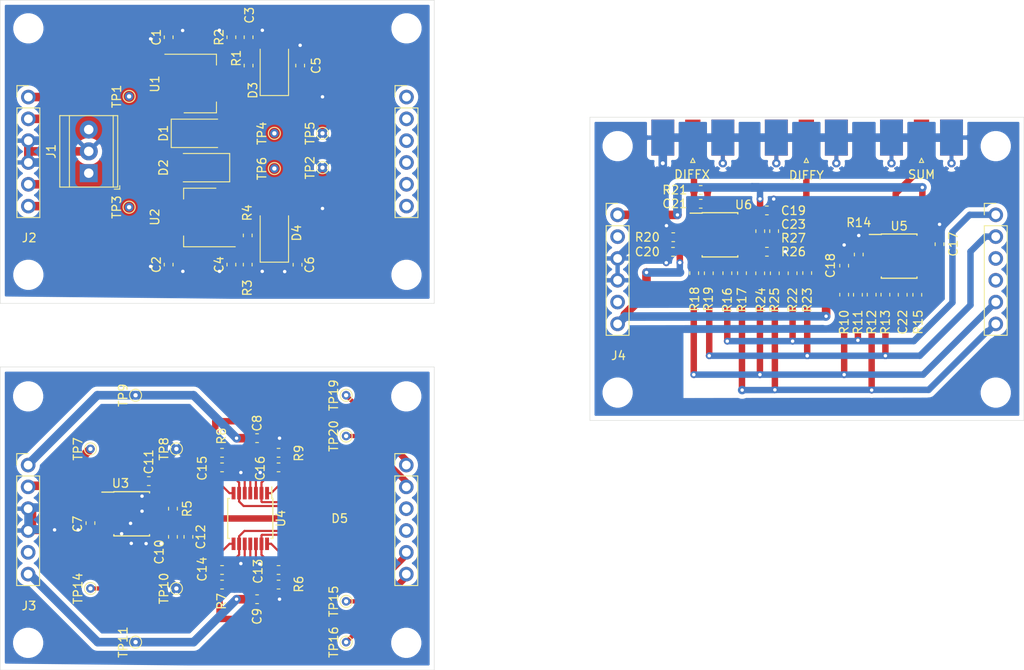
<source format=kicad_pcb>
(kicad_pcb (version 20171130) (host pcbnew "(5.1.2-1)-1")
  (layers (0 F.Cu signal) (31 B.Cu signal) (34 B.Paste user) (35 F.Paste user) (36 B.SilkS user) (37 F.SilkS user) (38 B.Mask user) (39 F.Mask user) (44 Edge.Cuts user))
  (net 0 "")
  (net 1 +15V)
  (net 2 GND)
  (net 3 -15V)
  (net 4 "Net-(C3-Pad1)")
  (net 5 "Net-(C4-Pad2)")
  (net 6 +12V)
  (net 7 -12V)
  (net 8 "Net-(C10-Pad1)")
  (net 9 "Net-(C11-Pad1)")
  (net 10 "Net-(C12-Pad1)")
  (net 11 "Net-(C13-Pad2)")
  (net 12 /Detector/X1)
  (net 13 "Net-(C14-Pad2)")
  (net 14 /Detector/Y1)
  (net 15 "Net-(C15-Pad2)")
  (net 16 /Detector/X2)
  (net 17 "Net-(C16-Pad2)")
  (net 18 /Detector/Y2)
  (net 19 "Net-(J3-Pad11)")
  (net 20 "Net-(J3-Pad12)")
  (net 21 "Net-(J3-Pad6)")
  (net 22 "Net-(U3-Pad8)")
  (net 23 "Net-(U3-Pad7)")
  (net 24 "Net-(U3-Pad3)")
  (net 25 "Net-(U3-Pad1)")
  (net 26 "Net-(C21-Pad2)")
  (net 27 /Arithmetic/SUM)
  (net 28 "Net-(C22-Pad2)")
  (net 29 /Arithmetic/DIFFX)
  (net 30 "Net-(C23-Pad2)")
  (net 31 /Arithmetic/DIFFY)
  (net 32 /Arithmetic/X1)
  (net 33 /Arithmetic/Y1)
  (net 34 /Arithmetic/Y2)
  (net 35 /Arithmetic/X)
  (net 36 /Arithmetic/X2)
  (net 37 /Arithmetic/Y)
  (net 38 "Net-(J4-Pad6)")
  (net 39 "Net-(J4-Pad1)")
  (net 40 "Net-(R14-Pad2)")
  (net 41 "Net-(R18-Pad1)")
  (net 42 "Net-(R24-Pad1)")
  (module Package_SO:SOIC-8_3.9x4.9mm_P1.27mm (layer F.Cu) (at 199.1 102.3)
    (fp_text reference U5 (at 0 -3.5) (layer F.SilkS))
    (fp_text value OPA197)
    (pad 8 smd rect (at 2.7 -1.905) (size 1.55 0.6) (layers F.Cu F.Paste F.Mask))
    (pad 7 smd rect (at 2.7 -0.635) (size 1.55 0.6) (layers F.Cu F.Paste F.Mask) (net 6 +12V))
    (pad 6 smd rect (at 2.7 0.635) (size 1.55 0.6) (layers F.Cu F.Paste F.Mask) (net 27 /Arithmetic/SUM))
    (pad 5 smd rect (at 2.7 1.905) (size 1.55 0.6) (layers F.Cu F.Paste F.Mask))
    (pad 4 smd rect (at -2.7 1.905) (size 1.55 0.6) (layers F.Cu F.Paste F.Mask) (net 7 -12V))
    (pad 3 smd rect (at -2.7 0.635) (size 1.55 0.6) (layers F.Cu F.Paste F.Mask) (net 40 "Net-(R14-Pad2)"))
    (pad 2 smd rect (at -2.7 -0.635) (size 1.55 0.6) (layers F.Cu F.Paste F.Mask) (net 28 "Net-(C22-Pad2)"))
    (pad 1 smd rect (at -2.7 -1.905) (size 1.55 0.6) (layers F.Cu F.Paste F.Mask))
  )
  (module Capacitor_SMD:C_0603_1608Metric (layer F.Cu) (at 172.7875 101.8 180)
    (fp_text reference C20 (at 2.9875 0) (layer F.SilkS))
    (fp_text value 100n)
    (pad 2 smd roundrect (at 0.7875 0 180) (size 0.875 0.95) (layers F.Cu F.Paste F.Mask) (net 2 GND))
    (pad 1 smd roundrect (at -0.7875 0 180) (size 0.875 0.95) (layers F.Cu F.Paste F.Mask) (net 7 -12V))
  )
  (module Capacitor_SMD:C_0603_1608Metric (layer F.Cu) (at 183.71 96.98)
    (fp_text reference C19 (at 3.09 0.02) (layer F.SilkS))
    (fp_text value 100n)
    (pad 2 smd roundrect (at 0.7875 0) (size 0.875 0.95) (layers F.Cu F.Paste F.Mask) (net 2 GND))
    (pad 1 smd roundrect (at -0.7875 0) (size 0.875 0.95) (layers F.Cu F.Paste F.Mask) (net 6 +12V))
  )
  (module Capacitor_SMD:C_0603_1608Metric (layer F.Cu) (at 192.7 103.4125 90)
    (fp_text reference C18 (at 0.0125 -1.6 270) (layer F.SilkS))
    (fp_text value 100n)
    (pad 2 smd roundrect (at 0.7875 0 90) (size 0.875 0.95) (layers F.Cu F.Paste F.Mask) (net 2 GND))
    (pad 1 smd roundrect (at -0.7875 0 90) (size 0.875 0.95) (layers F.Cu F.Paste F.Mask) (net 7 -12V))
  )
  (module Capacitor_SMD:C_0603_1608Metric (layer F.Cu) (at 203.8 100.9125 90)
    (fp_text reference C17 (at 0.0125 1.6 270) (layer F.SilkS))
    (fp_text value 100n)
    (pad 2 smd roundrect (at 0.7875 0 90) (size 0.875 0.95) (layers F.Cu F.Paste F.Mask) (net 2 GND))
    (pad 1 smd roundrect (at -0.7875 0 90) (size 0.875 0.95) (layers F.Cu F.Paste F.Mask) (net 6 +12V))
  )
  (module Package_SO:SOIC-8_3.9x4.9mm_P1.27mm (layer F.Cu) (at 178.25 99.82)
    (fp_text reference U6 (at 2.75 -3.5) (layer F.SilkS))
    (fp_text value OPA2197)
    (pad 8 smd rect (at 2.7 -1.905) (size 1.55 0.6) (layers F.Cu F.Paste F.Mask) (net 6 +12V))
    (pad 7 smd rect (at 2.7 -0.635) (size 1.55 0.6) (layers F.Cu F.Paste F.Mask) (net 31 /Arithmetic/DIFFY))
    (pad 6 smd rect (at 2.7 0.635) (size 1.55 0.6) (layers F.Cu F.Paste F.Mask) (net 30 "Net-(C23-Pad2)"))
    (pad 5 smd rect (at 2.7 1.905) (size 1.55 0.6) (layers F.Cu F.Paste F.Mask) (net 42 "Net-(R24-Pad1)"))
    (pad 4 smd rect (at -2.7 1.905) (size 1.55 0.6) (layers F.Cu F.Paste F.Mask) (net 7 -12V))
    (pad 3 smd rect (at -2.7 0.635) (size 1.55 0.6) (layers F.Cu F.Paste F.Mask) (net 41 "Net-(R18-Pad1)"))
    (pad 2 smd rect (at -2.7 -0.635) (size 1.55 0.6) (layers F.Cu F.Paste F.Mask) (net 26 "Net-(C21-Pad2)"))
    (pad 1 smd rect (at -2.7 -1.905) (size 1.55 0.6) (layers F.Cu F.Paste F.Mask) (net 29 /Arithmetic/DIFFX))
  )
  (module Resistor_SMD:R_0603_1608Metric (layer F.Cu) (at 182.9375 99.39 270)
    (fp_text reference R27 (at 0.81 -3.8625 180) (layer F.SilkS))
    (fp_text value 1k)
    (pad 2 smd roundrect (at 0.7875 0 270) (size 0.875 0.95) (layers F.Cu F.Paste F.Mask) (net 30 "Net-(C23-Pad2)"))
    (pad 1 smd roundrect (at -0.7875 0 270) (size 0.875 0.95) (layers F.Cu F.Paste F.Mask) (net 31 /Arithmetic/DIFFY))
  )
  (module Resistor_SMD:R_0603_1608Metric (layer F.Cu) (at 183.7125 101.79 180)
    (fp_text reference R26 (at -3.0875 -0.01) (layer F.SilkS))
    (fp_text value 1k)
    (pad 2 smd roundrect (at 0.7875 0 180) (size 0.875 0.95) (layers F.Cu F.Paste F.Mask) (net 42 "Net-(R24-Pad1)"))
    (pad 1 smd roundrect (at -0.7875 0 180) (size 0.875 0.95) (layers F.Cu F.Paste F.Mask) (net 2 GND))
  )
  (module Resistor_SMD:R_0603_1608Metric (layer F.Cu) (at 184.63 104.2975 270)
    (fp_text reference R25 (at 3.1025 0.03 90) (layer F.SilkS))
    (fp_text value 1k)
    (pad 2 smd roundrect (at 0.7875 0 270) (size 0.875 0.95) (layers F.Cu F.Paste F.Mask) (net 33 /Arithmetic/Y1))
    (pad 1 smd roundrect (at -0.7875 0 270) (size 0.875 0.95) (layers F.Cu F.Paste F.Mask) (net 42 "Net-(R24-Pad1)"))
  )
  (module Resistor_SMD:R_0603_1608Metric (layer F.Cu) (at 182.93 104.2975 270)
    (fp_text reference R24 (at 3.1025 -0.07 90) (layer F.SilkS))
    (fp_text value 1k)
    (pad 2 smd roundrect (at 0.7875 0 270) (size 0.875 0.95) (layers F.Cu F.Paste F.Mask) (net 32 /Arithmetic/X1))
    (pad 1 smd roundrect (at -0.7875 0 270) (size 0.875 0.95) (layers F.Cu F.Paste F.Mask) (net 42 "Net-(R24-Pad1)"))
  )
  (module Resistor_SMD:R_0603_1608Metric (layer F.Cu) (at 188.4 104.2675 270)
    (fp_text reference R23 (at 3.1325 0 90) (layer F.SilkS))
    (fp_text value 1k)
    (pad 2 smd roundrect (at 0.7875 0 270) (size 0.875 0.95) (layers F.Cu F.Paste F.Mask) (net 34 /Arithmetic/Y2))
    (pad 1 smd roundrect (at -0.7875 0 270) (size 0.875 0.95) (layers F.Cu F.Paste F.Mask) (net 30 "Net-(C23-Pad2)"))
  )
  (module Resistor_SMD:R_0603_1608Metric (layer F.Cu) (at 186.7 104.2925 270)
    (fp_text reference R22 (at 3.1075 0 90) (layer F.SilkS))
    (fp_text value 1k)
    (pad 2 smd roundrect (at 0.7875 0 270) (size 0.875 0.95) (layers F.Cu F.Paste F.Mask) (net 36 /Arithmetic/X2))
    (pad 1 smd roundrect (at -0.7875 0 270) (size 0.875 0.95) (layers F.Cu F.Paste F.Mask) (net 30 "Net-(C23-Pad2)"))
  )
  (module Resistor_SMD:R_0603_1608Metric (layer F.Cu) (at 176.0125 94.6)
    (fp_text reference R21 (at -3.0125 0) (layer F.SilkS))
    (fp_text value 1k)
    (pad 2 smd roundrect (at 0.7875 0) (size 0.875 0.95) (layers F.Cu F.Paste F.Mask) (net 26 "Net-(C21-Pad2)"))
    (pad 1 smd roundrect (at -0.7875 0) (size 0.875 0.95) (layers F.Cu F.Paste F.Mask) (net 29 /Arithmetic/DIFFX))
  )
  (module Resistor_SMD:R_0603_1608Metric (layer F.Cu) (at 172.8125 100.1)
    (fp_text reference R20 (at -3.0125 0) (layer F.SilkS))
    (fp_text value 1k)
    (pad 2 smd roundrect (at 0.7875 0) (size 0.875 0.95) (layers F.Cu F.Paste F.Mask) (net 41 "Net-(R18-Pad1)"))
    (pad 1 smd roundrect (at -0.7875 0) (size 0.875 0.95) (layers F.Cu F.Paste F.Mask) (net 2 GND))
  )
  (module Resistor_SMD:R_0603_1608Metric (layer F.Cu) (at 176.95 104.2925 270)
    (fp_text reference R19 (at 3.0075 0.05 90) (layer F.SilkS))
    (fp_text value 1k)
    (pad 2 smd roundrect (at 0.7875 0 270) (size 0.875 0.95) (layers F.Cu F.Paste F.Mask) (net 34 /Arithmetic/Y2))
    (pad 1 smd roundrect (at -0.7875 0 270) (size 0.875 0.95) (layers F.Cu F.Paste F.Mask) (net 41 "Net-(R18-Pad1)"))
  )
  (module Resistor_SMD:R_0603_1608Metric (layer F.Cu) (at 175.25 104.28 270)
    (fp_text reference R18 (at 3.02 -0.05 90) (layer F.SilkS))
    (fp_text value 1k)
    (pad 2 smd roundrect (at 0.7875 0 270) (size 0.875 0.95) (layers F.Cu F.Paste F.Mask) (net 32 /Arithmetic/X1))
    (pad 1 smd roundrect (at -0.7875 0 270) (size 0.875 0.95) (layers F.Cu F.Paste F.Mask) (net 41 "Net-(R18-Pad1)"))
  )
  (module Resistor_SMD:R_0603_1608Metric (layer F.Cu) (at 180.81 104.2825 270)
    (fp_text reference R17 (at 3.1175 0.01 90) (layer F.SilkS))
    (fp_text value 1k)
    (pad 2 smd roundrect (at 0.7875 0 270) (size 0.875 0.95) (layers F.Cu F.Paste F.Mask) (net 33 /Arithmetic/Y1))
    (pad 1 smd roundrect (at -0.7875 0 270) (size 0.875 0.95) (layers F.Cu F.Paste F.Mask) (net 26 "Net-(C21-Pad2)"))
  )
  (module Resistor_SMD:R_0603_1608Metric (layer F.Cu) (at 179.11 104.2825 270)
    (fp_text reference R16 (at 3.1175 0.01 90) (layer F.SilkS))
    (fp_text value 1k)
    (pad 2 smd roundrect (at 0.7875 0 270) (size 0.875 0.95) (layers F.Cu F.Paste F.Mask) (net 36 /Arithmetic/X2))
    (pad 1 smd roundrect (at -0.7875 0 270) (size 0.875 0.95) (layers F.Cu F.Paste F.Mask) (net 26 "Net-(C21-Pad2)"))
  )
  (module Resistor_SMD:R_0603_1608Metric (layer F.Cu) (at 201.2125 106.8 90)
    (fp_text reference R15 (at -3.1875 0.1 90) (layer F.SilkS))
    (fp_text value 1k)
    (pad 2 smd roundrect (at 0.7875 0 90) (size 0.875 0.95) (layers F.Cu F.Paste F.Mask) (net 28 "Net-(C22-Pad2)"))
    (pad 1 smd roundrect (at -0.7875 0 90) (size 0.875 0.95) (layers F.Cu F.Paste F.Mask) (net 27 /Arithmetic/SUM))
  )
  (module Resistor_SMD:R_0603_1608Metric (layer F.Cu) (at 194.4 102.1125 270)
    (fp_text reference R14 (at -3.7125 0 180) (layer F.SilkS))
    (fp_text value 1k)
    (pad 2 smd roundrect (at 0.7875 0 270) (size 0.875 0.95) (layers F.Cu F.Paste F.Mask) (net 40 "Net-(R14-Pad2)"))
    (pad 1 smd roundrect (at -0.7875 0 270) (size 0.875 0.95) (layers F.Cu F.Paste F.Mask) (net 2 GND))
  )
  (module Resistor_SMD:R_0603_1608Metric (layer F.Cu) (at 197.5 106.7875 270)
    (fp_text reference R13 (at 3.2125 0 90) (layer F.SilkS))
    (fp_text value 1k)
    (pad 2 smd roundrect (at 0.7875 0 270) (size 0.875 0.95) (layers F.Cu F.Paste F.Mask) (net 34 /Arithmetic/Y2))
    (pad 1 smd roundrect (at -0.7875 0 270) (size 0.875 0.95) (layers F.Cu F.Paste F.Mask) (net 28 "Net-(C22-Pad2)"))
  )
  (module Resistor_SMD:R_0603_1608Metric (layer F.Cu) (at 195.9 106.7875 270)
    (fp_text reference R12 (at 3.2125 0 90) (layer F.SilkS))
    (fp_text value 1k)
    (pad 2 smd roundrect (at 0.7875 0 270) (size 0.875 0.95) (layers F.Cu F.Paste F.Mask) (net 33 /Arithmetic/Y1))
    (pad 1 smd roundrect (at -0.7875 0 270) (size 0.875 0.95) (layers F.Cu F.Paste F.Mask) (net 28 "Net-(C22-Pad2)"))
  )
  (module Resistor_SMD:R_0603_1608Metric (layer F.Cu) (at 194.3 106.8 270)
    (fp_text reference R11 (at 3.2 0 90) (layer F.SilkS))
    (fp_text value 1k)
    (pad 2 smd roundrect (at 0.7875 0 270) (size 0.875 0.95) (layers F.Cu F.Paste F.Mask) (net 36 /Arithmetic/X2))
    (pad 1 smd roundrect (at -0.7875 0 270) (size 0.875 0.95) (layers F.Cu F.Paste F.Mask) (net 28 "Net-(C22-Pad2)"))
  )
  (module Resistor_SMD:R_0603_1608Metric (layer F.Cu) (at 192.7 106.7875 270)
    (fp_text reference R10 (at 3.2125 0 90) (layer F.SilkS))
    (fp_text value 1k)
    (pad 2 smd roundrect (at 0.7875 0 270) (size 0.875 0.95) (layers F.Cu F.Paste F.Mask) (net 32 /Arithmetic/X1))
    (pad 1 smd roundrect (at -0.7875 0 270) (size 0.875 0.95) (layers F.Cu F.Paste F.Mask) (net 28 "Net-(C22-Pad2)"))
  )
  (module Capacitor_SMD:C_0603_1608Metric (layer F.Cu) (at 184.55 99.3875 270)
    (fp_text reference C23 (at -0.7875 -2.25 180) (layer F.SilkS))
    (fp_text value 0)
    (pad 2 smd roundrect (at 0.7875 0 270) (size 0.875 0.95) (layers F.Cu F.Paste F.Mask) (net 30 "Net-(C23-Pad2)"))
    (pad 1 smd roundrect (at -0.7875 0 270) (size 0.875 0.95) (layers F.Cu F.Paste F.Mask) (net 31 /Arithmetic/DIFFY))
  )
  (module Capacitor_SMD:C_0603_1608Metric (layer F.Cu) (at 199.5125 106.8 90)
    (fp_text reference C22 (at -3.1875 0 90) (layer F.SilkS))
    (fp_text value 0)
    (pad 2 smd roundrect (at 0.7875 0 90) (size 0.875 0.95) (layers F.Cu F.Paste F.Mask) (net 28 "Net-(C22-Pad2)"))
    (pad 1 smd roundrect (at -0.7875 0 90) (size 0.875 0.95) (layers F.Cu F.Paste F.Mask) (net 27 /Arithmetic/SUM))
  )
  (module Capacitor_SMD:C_0603_1608Metric (layer F.Cu) (at 176.0125 96.2)
    (fp_text reference C21 (at -3.0125 0) (layer F.SilkS))
    (fp_text value 0)
    (pad 2 smd roundrect (at 0.7875 0) (size 0.875 0.95) (layers F.Cu F.Paste F.Mask) (net 26 "Net-(C21-Pad2)"))
    (pad 1 smd roundrect (at -0.7875 0) (size 0.875 0.95) (layers F.Cu F.Paste F.Mask) (net 29 /Arithmetic/DIFFX))
  )
  (module Connector_SMA:SMA_Molex_73251-2120_EdgeMount (layer F.Cu) (at 201.7 86.4 270)
    (fp_text reference SUM (at 6.4 0) (layer F.SilkS))
    (fp_text value SUM)
    (pad 2 smd rect (at 4.635 3.4925 270) (size 0.89 0.46) (layers B.Cu) (net 2 GND))
    (pad 2 thru_hole circle (at 5.08 3.4925 270) (size 0.97 0.97) (drill 0.46) (layers *.Cu) (net 2 GND))
    (pad 2 smd rect (at 4.635 3.4925 270) (size 0.89 0.46) (layers F.Cu) (net 2 GND))
    (pad 2 smd rect (at 2.095 -3.4925 270) (size 4.19 2.665) (layers B.Cu B.Paste B.Mask) (net 2 GND))
    (pad 2 smd rect (at 2.095 -3.4925 270) (size 4.19 2.665) (layers F.Cu F.Paste F.Mask) (net 2 GND))
    (pad 2 smd rect (at 2.095 3.4925 270) (size 4.19 2.665) (layers B.Cu B.Paste B.Mask) (net 2 GND))
    (pad 1 smd rect (at 2.095 0 270) (size 4.19 1.78) (layers F.Cu F.Paste F.Mask) (net 27 /Arithmetic/SUM))
    (pad 2 smd rect (at 2.095 3.4925 270) (size 4.19 2.665) (layers F.Cu F.Paste F.Mask) (net 2 GND))
    (pad 2 thru_hole circle (at 5.08 -3.4925 270) (size 0.97 0.97) (drill 0.46) (layers *.Cu) (net 2 GND))
    (pad 2 smd rect (at 4.635 -3.4925 270) (size 0.89 0.46) (layers F.Cu) (net 2 GND))
    (pad 2 smd rect (at 4.635 -3.4925 270) (size 0.89 0.46) (layers B.Cu) (net 2 GND))
  )
  (module Connector_SMA:SMA_Molex_73251-2120_EdgeMount (layer F.Cu) (at 188.3 86.405 270)
    (fp_text reference DIFFY (at 6.495 0 180) (layer F.SilkS))
    (fp_text value DIFFY)
    (pad 2 smd rect (at 4.635 3.4925 270) (size 0.89 0.46) (layers B.Cu) (net 2 GND))
    (pad 2 thru_hole circle (at 5.08 3.4925 270) (size 0.97 0.97) (drill 0.46) (layers *.Cu) (net 2 GND))
    (pad 2 smd rect (at 4.635 3.4925 270) (size 0.89 0.46) (layers F.Cu) (net 2 GND))
    (pad 2 smd rect (at 2.095 -3.4925 270) (size 4.19 2.665) (layers B.Cu B.Paste B.Mask) (net 2 GND))
    (pad 2 smd rect (at 2.095 -3.4925 270) (size 4.19 2.665) (layers F.Cu F.Paste F.Mask) (net 2 GND))
    (pad 2 smd rect (at 2.095 3.4925 270) (size 4.19 2.665) (layers B.Cu B.Paste B.Mask) (net 2 GND))
    (pad 1 smd rect (at 2.095 0 270) (size 4.19 1.78) (layers F.Cu F.Paste F.Mask) (net 31 /Arithmetic/DIFFY))
    (pad 2 smd rect (at 2.095 3.4925 270) (size 4.19 2.665) (layers F.Cu F.Paste F.Mask) (net 2 GND))
    (pad 2 thru_hole circle (at 5.08 -3.4925 270) (size 0.97 0.97) (drill 0.46) (layers *.Cu) (net 2 GND))
    (pad 2 smd rect (at 4.635 -3.4925 270) (size 0.89 0.46) (layers F.Cu) (net 2 GND))
    (pad 2 smd rect (at 4.635 -3.4925 270) (size 0.89 0.46) (layers B.Cu) (net 2 GND))
  )
  (module Connector_SMA:SMA_Molex_73251-2120_EdgeMount (layer F.Cu) (at 175.09 86.405 270)
    (fp_text reference DIFFX (at 6.395 0.09 180) (layer F.SilkS))
    (fp_text value DIFFX)
    (pad 2 smd rect (at 4.635 3.4925 270) (size 0.89 0.46) (layers B.Cu) (net 2 GND))
    (pad 2 thru_hole circle (at 5.08 3.4925 270) (size 0.97 0.97) (drill 0.46) (layers *.Cu) (net 2 GND))
    (pad 2 smd rect (at 4.635 3.4925 270) (size 0.89 0.46) (layers F.Cu) (net 2 GND))
    (pad 2 smd rect (at 2.095 -3.4925 270) (size 4.19 2.665) (layers B.Cu B.Paste B.Mask) (net 2 GND))
    (pad 2 smd rect (at 2.095 -3.4925 270) (size 4.19 2.665) (layers F.Cu F.Paste F.Mask) (net 2 GND))
    (pad 2 smd rect (at 2.095 3.4925 270) (size 4.19 2.665) (layers B.Cu B.Paste B.Mask) (net 2 GND))
    (pad 1 smd rect (at 2.095 0 270) (size 4.19 1.78) (layers F.Cu F.Paste F.Mask) (net 29 /Arithmetic/DIFFX))
    (pad 2 smd rect (at 2.095 3.4925 270) (size 4.19 2.665) (layers F.Cu F.Paste F.Mask) (net 2 GND))
    (pad 2 thru_hole circle (at 5.08 -3.4925 270) (size 0.97 0.97) (drill 0.46) (layers *.Cu) (net 2 GND))
    (pad 2 smd rect (at 4.635 -3.4925 270) (size 0.89 0.46) (layers F.Cu) (net 2 GND))
    (pad 2 smd rect (at 4.635 -3.4925 270) (size 0.89 0.46) (layers B.Cu) (net 2 GND))
  )
  (module Connector_Header:PinHeader_2.54mm (layer F.Cu) (at 166.34 97.49)
    (fp_text reference J4 (at 0.1 16.4) (layer F.SilkS))
    (fp_text value Header)
    (pad "" np_thru_hole circle (at 44 20.7) (size 2.5 2.5) (drill 2.5) (layers *.Cu *.Mask))
    (pad "" np_thru_hole circle (at 0 20.7) (size 2.5 2.5) (drill 2.5) (layers *.Cu *.Mask))
    (pad "" np_thru_hole circle (at 44 -8) (size 2.5 2.5) (drill 2.5) (layers *.Cu *.Mask))
    (pad "" np_thru_hole circle (at 0 -8) (size 2.5 2.5) (drill 2.5) (layers *.Cu *.Mask))
    (pad 7 thru_hole oval (at 44 10.16) (size 1.7 1.7) (drill 1.02) (layers *.Cu *.Mask) (net 32 /Arithmetic/X1))
    (pad 9 thru_hole oval (at 44 12.7) (size 1.7 1.7) (drill 1.02) (layers *.Cu *.Mask) (net 33 /Arithmetic/Y1))
    (pad 10 thru_hole oval (at 44 2.54) (size 1.7 1.7) (drill 1.02) (layers *.Cu *.Mask) (net 34 /Arithmetic/Y2))
    (pad 11 thru_hole oval (at 44 5.08) (size 1.7 1.7) (drill 1.02) (layers *.Cu *.Mask) (net 35 /Arithmetic/X))
    (pad 8 thru_hole circle (at 44 0) (size 1.7 1.7) (drill 1.02) (layers *.Cu *.Mask) (net 36 /Arithmetic/X2))
    (pad 12 thru_hole oval (at 44 7.62) (size 1.7 1.7) (drill 1.02) (layers *.Cu *.Mask) (net 37 /Arithmetic/Y))
    (pad 6 thru_hole oval (at 0 10.16) (size 1.7 1.7) (drill 1.02) (layers *.Cu *.Mask) (net 38 "Net-(J4-Pad6)"))
    (pad 5 thru_hole oval (at 0 12.7) (size 1.7 1.7) (drill 1.02) (layers *.Cu *.Mask) (net 7 -12V))
    (pad 1 thru_hole oval (at 0 2.54) (size 1.7 1.7) (drill 1.02) (layers *.Cu *.Mask) (net 39 "Net-(J4-Pad1)"))
    (pad 3 thru_hole oval (at 0 5.08) (size 1.7 1.7) (drill 1.02) (layers *.Cu *.Mask) (net 2 GND))
    (pad 2 thru_hole circle (at 0 0) (size 1.7 1.7) (drill 1.02) (layers *.Cu *.Mask) (net 6 +12V))
    (pad 4 thru_hole oval (at 0 7.62) (size 1.7 1.7) (drill 1.02) (layers *.Cu *.Mask) (net 2 GND))
  )
  (module Capacitor_SMD:C_0603_1608Metric (layer F.Cu) (at 129.4 80.1125 90)
    (fp_text reference C5 (at 0 1.85 90) (layer F.SilkS))
    (fp_text value 1u)
    (pad 2 smd roundrect (at 0.7875 0 90) (size 0.875 0.95) (layers F.Cu F.Paste F.Mask) (net 2 GND))
    (pad 1 smd roundrect (at -0.7875 0 90) (size 0.875 0.95) (layers F.Cu F.Paste F.Mask) (net 6 +12V))
  )
  (module Connector_Header:PinHeader_2.54mm (layer F.Cu) (at 97.75 126.63)
    (fp_text reference J3 (at 0.1 16.4) (layer F.SilkS))
    (fp_text value HEADER)
    (pad "" np_thru_hole circle (at 44 20.7) (size 2.5 2.5) (drill 2.5) (layers *.Cu *.Mask))
    (pad "" np_thru_hole circle (at 0 20.7) (size 2.5 2.5) (drill 2.5) (layers *.Cu *.Mask))
    (pad "" np_thru_hole circle (at 44 -8) (size 2.5 2.5) (drill 2.5) (layers *.Cu *.Mask))
    (pad "" np_thru_hole circle (at 0 -8) (size 2.5 2.5) (drill 2.5) (layers *.Cu *.Mask))
    (pad 7 thru_hole oval (at 44 10.16) (size 1.7 1.7) (drill 1.02) (layers *.Cu *.Mask) (net 12 /Detector/X1))
    (pad 9 thru_hole oval (at 44 12.7) (size 1.7 1.7) (drill 1.02) (layers *.Cu *.Mask) (net 14 /Detector/Y1))
    (pad 10 thru_hole oval (at 44 2.54) (size 1.7 1.7) (drill 1.02) (layers *.Cu *.Mask) (net 18 /Detector/Y2))
    (pad 11 thru_hole oval (at 44 5.08) (size 1.7 1.7) (drill 1.02) (layers *.Cu *.Mask) (net 19 "Net-(J3-Pad11)"))
    (pad 8 thru_hole circle (at 44 0) (size 1.7 1.7) (drill 1.02) (layers *.Cu *.Mask) (net 16 /Detector/X2))
    (pad 12 thru_hole oval (at 44 7.62) (size 1.7 1.7) (drill 1.02) (layers *.Cu *.Mask) (net 20 "Net-(J3-Pad12)"))
    (pad 6 thru_hole oval (at 0 10.16) (size 1.7 1.7) (drill 1.02) (layers *.Cu *.Mask) (net 21 "Net-(J3-Pad6)"))
    (pad 5 thru_hole oval (at 0 12.7) (size 1.7 1.7) (drill 1.02) (layers *.Cu *.Mask) (net 7 -12V))
    (pad 1 thru_hole oval (at 0 2.54) (size 1.7 1.7) (drill 1.02) (layers *.Cu *.Mask) (net 1 +15V))
    (pad 3 thru_hole oval (at 0 5.08) (size 1.7 1.7) (drill 1.02) (layers *.Cu *.Mask) (net 2 GND))
    (pad 2 thru_hole circle (at 0 0) (size 1.7 1.7) (drill 1.02) (layers *.Cu *.Mask) (net 6 +12V))
    (pad 4 thru_hole oval (at 0 7.62) (size 1.7 1.7) (drill 1.02) (layers *.Cu *.Mask) (net 2 GND))
  )
  (module Package_SO:TSSOP-14_4.4x5mm_P0.65mm (layer F.Cu) (at 123.6 132.85 270)
    (fp_text reference U4 (at 0 -3.55 90) (layer F.SilkS))
    (fp_text value OPA4197)
    (pad 14 smd rect (at 2.95 -1.95 270) (size 1.45 0.45) (layers F.Cu F.Paste F.Mask) (net 12 /Detector/X1))
    (pad 13 smd rect (at 2.95 -1.3 270) (size 1.45 0.45) (layers F.Cu F.Paste F.Mask) (net 11 "Net-(C13-Pad2)"))
    (pad 12 smd rect (at 2.95 -0.65 270) (size 1.45 0.45) (layers F.Cu F.Paste F.Mask) (net 2 GND))
    (pad 11 smd rect (at 2.95 0 270) (size 1.45 0.45) (layers F.Cu F.Paste F.Mask) (net 7 -12V))
    (pad 10 smd rect (at 2.95 0.65 270) (size 1.45 0.45) (layers F.Cu F.Paste F.Mask) (net 2 GND))
    (pad 9 smd rect (at 2.95 1.3 270) (size 1.45 0.45) (layers F.Cu F.Paste F.Mask) (net 13 "Net-(C14-Pad2)"))
    (pad 8 smd rect (at 2.95 1.95 270) (size 1.45 0.45) (layers F.Cu F.Paste F.Mask) (net 14 /Detector/Y1))
    (pad 7 smd rect (at -2.95 1.95 270) (size 1.45 0.45) (layers F.Cu F.Paste F.Mask) (net 16 /Detector/X2))
    (pad 6 smd rect (at -2.95 1.3 270) (size 1.45 0.45) (layers F.Cu F.Paste F.Mask) (net 15 "Net-(C15-Pad2)"))
    (pad 5 smd rect (at -2.95 0.65 270) (size 1.45 0.45) (layers F.Cu F.Paste F.Mask) (net 2 GND))
    (pad 4 smd rect (at -2.95 0 270) (size 1.45 0.45) (layers F.Cu F.Paste F.Mask) (net 6 +12V))
    (pad 3 smd rect (at -2.95 -0.65 270) (size 1.45 0.45) (layers F.Cu F.Paste F.Mask) (net 2 GND))
    (pad 2 smd rect (at -2.95 -1.3 270) (size 1.45 0.45) (layers F.Cu F.Paste F.Mask) (net 17 "Net-(C16-Pad2)"))
    (pad 1 smd rect (at -2.95 -1.95 270) (size 1.45 0.45) (layers F.Cu F.Paste F.Mask) (net 18 /Detector/Y2))
  )
  (module Package_SO:SOIC-8_3.9x4.9mm_P1.27mm (layer F.Cu) (at 109.8 132.305)
    (fp_text reference U3 (at -1.3 -3.555) (layer F.SilkS))
    (fp_text value REF5010)
    (pad 8 smd rect (at 2.7 -1.905) (size 1.55 0.6) (layers F.Cu F.Paste F.Mask) (net 22 "Net-(U3-Pad8)"))
    (pad 7 smd rect (at 2.7 -0.635) (size 1.55 0.6) (layers F.Cu F.Paste F.Mask) (net 23 "Net-(U3-Pad7)"))
    (pad 6 smd rect (at 2.7 0.635) (size 1.55 0.6) (layers F.Cu F.Paste F.Mask) (net 10 "Net-(C12-Pad1)"))
    (pad 5 smd rect (at 2.7 1.905) (size 1.55 0.6) (layers F.Cu F.Paste F.Mask) (net 8 "Net-(C10-Pad1)"))
    (pad 4 smd rect (at -2.7 1.905) (size 1.55 0.6) (layers F.Cu F.Paste F.Mask) (net 2 GND))
    (pad 3 smd rect (at -2.7 0.635) (size 1.55 0.6) (layers F.Cu F.Paste F.Mask) (net 24 "Net-(U3-Pad3)"))
    (pad 2 smd rect (at -2.7 -0.635) (size 1.55 0.6) (layers F.Cu F.Paste F.Mask) (net 1 +15V))
    (pad 1 smd rect (at -2.7 -1.905) (size 1.55 0.6) (layers F.Cu F.Paste F.Mask) (net 25 "Net-(U3-Pad1)"))
  )
  (module TestPoint:TestPoint_THTPad_D1.0mm_Drill0.5mm (layer F.Cu) (at 134.75 123.25 90)
    (fp_text reference TP20 (at 0 -1.448 90) (layer F.SilkS))
    (fp_text value U4)
    (pad 1 thru_hole circle (at 0 0 90) (size 1 1) (drill 0.5) (layers *.Cu *.Mask) (net 18 /Detector/Y2))
  )
  (module TestPoint:TestPoint_THTPad_D1.0mm_Drill0.5mm (layer F.Cu) (at 134.75 118.5 90)
    (fp_text reference TP19 (at 0 -1.448 90) (layer F.SilkS))
    (fp_text value U2)
    (pad 1 thru_hole circle (at 0 0 90) (size 1 1) (drill 0.5) (layers *.Cu *.Mask) (net 16 /Detector/X2))
  )
  (module TestPoint:TestPoint_THTPad_D1.0mm_Drill0.5mm (layer F.Cu) (at 134.75 147.25 90)
    (fp_text reference TP16 (at 0 -1.448 90) (layer F.SilkS))
    (fp_text value U3)
    (pad 1 thru_hole circle (at 0 0 90) (size 1 1) (drill 0.5) (layers *.Cu *.Mask) (net 14 /Detector/Y1))
  )
  (module TestPoint:TestPoint_THTPad_D1.0mm_Drill0.5mm (layer F.Cu) (at 134.75 142.5 90)
    (fp_text reference TP15 (at 0 -1.448 90) (layer F.SilkS))
    (fp_text value U1)
    (pad 1 thru_hole circle (at 0 0 90) (size 1 1) (drill 0.5) (layers *.Cu *.Mask) (net 12 /Detector/X1))
  )
  (module TestPoint:TestPoint_THTPad_D1.0mm_Drill0.5mm (layer F.Cu) (at 105 141 90)
    (fp_text reference TP14 (at 0 -1.448 90) (layer F.SilkS))
    (fp_text value BIAS)
    (pad 1 thru_hole circle (at 0 0 90) (size 1 1) (drill 0.5) (layers *.Cu *.Mask) (net 10 "Net-(C12-Pad1)"))
  )
  (module TestPoint:TestPoint_THTPad_D1.0mm_Drill0.5mm (layer F.Cu) (at 110.25 147.25 90)
    (fp_text reference TP11 (at 0 -1.448 90) (layer F.SilkS))
    (fp_text value -12V)
    (pad 1 thru_hole circle (at 0 0 90) (size 1 1) (drill 0.5) (layers *.Cu *.Mask) (net 7 -12V))
  )
  (module TestPoint:TestPoint_THTPad_D1.0mm_Drill0.5mm (layer F.Cu) (at 115 141 90)
    (fp_text reference TP10 (at 0 -1.448 90) (layer F.SilkS))
    (fp_text value GND)
    (pad 1 thru_hole circle (at 0 0 90) (size 1 1) (drill 0.5) (layers *.Cu *.Mask) (net 2 GND))
  )
  (module TestPoint:TestPoint_THTPad_D1.0mm_Drill0.5mm (layer F.Cu) (at 110.25 118.5 90)
    (fp_text reference TP9 (at 0 -1.448 90) (layer F.SilkS))
    (fp_text value +12V)
    (pad 1 thru_hole circle (at 0 0 90) (size 1 1) (drill 0.5) (layers *.Cu *.Mask) (net 6 +12V))
  )
  (module TestPoint:TestPoint_THTPad_D1.0mm_Drill0.5mm (layer F.Cu) (at 115 124.75 90)
    (fp_text reference TP8 (at 0 -1.448 90) (layer F.SilkS))
    (fp_text value GND)
    (pad 1 thru_hole circle (at 0 0 90) (size 1 1) (drill 0.5) (layers *.Cu *.Mask) (net 2 GND))
  )
  (module TestPoint:TestPoint_THTPad_D1.0mm_Drill0.5mm (layer F.Cu) (at 105 124.75 90)
    (fp_text reference TP7 (at 0 -1.448 90) (layer F.SilkS))
    (fp_text value +15V)
    (pad 1 thru_hole circle (at 0 0 90) (size 1 1) (drill 0.5) (layers *.Cu *.Mask) (net 1 +15V))
  )
  (module TestPoint:TestPoint_THTPad_D1.0mm_Drill0.5mm (layer F.Cu) (at 126.4 92.1 90)
    (fp_text reference TP6 (at 0 -1.448 90) (layer F.SilkS))
    (fp_text value -12V)
    (pad 1 thru_hole circle (at 0 0 90) (size 1 1) (drill 0.5) (layers *.Cu *.Mask) (net 7 -12V))
  )
  (module TestPoint:TestPoint_THTPad_D1.0mm_Drill0.5mm (layer F.Cu) (at 132 88 90)
    (fp_text reference TP5 (at 0 -1.448 90) (layer F.SilkS))
    (fp_text value GND)
    (pad 1 thru_hole circle (at 0 0 90) (size 1 1) (drill 0.5) (layers *.Cu *.Mask) (net 2 GND))
  )
  (module TestPoint:TestPoint_THTPad_D1.0mm_Drill0.5mm (layer F.Cu) (at 126.4 88 90)
    (fp_text reference TP4 (at 0 -1.448 90) (layer F.SilkS))
    (fp_text value +12V)
    (pad 1 thru_hole circle (at 0 0 90) (size 1 1) (drill 0.5) (layers *.Cu *.Mask) (net 6 +12V))
  )
  (module TestPoint:TestPoint_THTPad_D1.0mm_Drill0.5mm (layer F.Cu) (at 132 92 90)
    (fp_text reference TP2 (at 0 -1.448 90) (layer F.SilkS))
    (fp_text value GND)
    (pad 1 thru_hole circle (at 0 0 90) (size 1 1) (drill 0.5) (layers *.Cu *.Mask) (net 2 GND))
  )
  (module TestPoint:TestPoint_THTPad_D1.0mm_Drill0.5mm (layer F.Cu) (at 109.5 83.7 90)
    (fp_text reference TP1 (at 0 -1.448 90) (layer F.SilkS))
    (fp_text value +15V)
    (pad 1 thru_hole circle (at 0 0 90) (size 1 1) (drill 0.5) (layers *.Cu *.Mask) (net 1 +15V))
  )
  (module Capacitor_SMD:C_0603_1608Metric (layer F.Cu) (at 114.1 76.8125 90)
    (fp_text reference C1 (at 0 -1.43 90) (layer F.SilkS))
    (fp_text value 100n)
    (pad 2 smd roundrect (at 0.7875 0 90) (size 0.875 0.95) (layers F.Cu F.Paste F.Mask) (net 2 GND))
    (pad 1 smd roundrect (at -0.7875 0 90) (size 0.875 0.95) (layers F.Cu F.Paste F.Mask) (net 1 +15V))
  )
  (module Capacitor_SMD:C_0603_1608Metric (layer F.Cu) (at 114.1 103.2875 90)
    (fp_text reference C2 (at 0 -1.43 90) (layer F.SilkS))
    (fp_text value 100n)
    (pad 2 smd roundrect (at 0.7875 0 90) (size 0.875 0.95) (layers F.Cu F.Paste F.Mask) (net 3 -15V))
    (pad 1 smd roundrect (at -0.7875 0 90) (size 0.875 0.95) (layers F.Cu F.Paste F.Mask) (net 2 GND))
  )
  (module Capacitor_SMD:C_0603_1608Metric (layer F.Cu) (at 123.4 76.8125 90)
    (fp_text reference C3 (at 2.5625 0.1 90) (layer F.SilkS))
    (fp_text value 10u)
    (pad 2 smd roundrect (at 0.7875 0 90) (size 0.875 0.95) (layers F.Cu F.Paste F.Mask) (net 2 GND))
    (pad 1 smd roundrect (at -0.7875 0 90) (size 0.875 0.95) (layers F.Cu F.Paste F.Mask) (net 4 "Net-(C3-Pad1)"))
  )
  (module Capacitor_SMD:C_0603_1608Metric (layer F.Cu) (at 121.4 103.2875 90)
    (fp_text reference C4 (at 0 -1.43 90) (layer F.SilkS))
    (fp_text value 10u)
    (pad 2 smd roundrect (at 0.7875 0 90) (size 0.875 0.95) (layers F.Cu F.Paste F.Mask) (net 5 "Net-(C4-Pad2)"))
    (pad 1 smd roundrect (at -0.7875 0 90) (size 0.875 0.95) (layers F.Cu F.Paste F.Mask) (net 2 GND))
  )
  (module Capacitor_SMD:C_0603_1608Metric (layer F.Cu) (at 129.1 103.3 90)
    (fp_text reference C6 (at 0 1.4 90) (layer F.SilkS))
    (fp_text value 1u)
    (pad 2 smd roundrect (at 0.7875 0 90) (size 0.875 0.95) (layers F.Cu F.Paste F.Mask) (net 7 -12V))
    (pad 1 smd roundrect (at -0.7875 0 90) (size 0.875 0.95) (layers F.Cu F.Paste F.Mask) (net 2 GND))
  )
  (module Capacitor_SMD:C_0603_1608Metric (layer F.Cu) (at 105 133.3875 270)
    (fp_text reference C7 (at 0.1125 1.5 270) (layer F.SilkS))
    (fp_text value 1u)
    (pad 2 smd roundrect (at 0.7875 0 270) (size 0.875 0.95) (layers F.Cu F.Paste F.Mask) (net 2 GND))
    (pad 1 smd roundrect (at -0.7875 0 270) (size 0.875 0.95) (layers F.Cu F.Paste F.Mask) (net 1 +15V))
  )
  (module Capacitor_SMD:C_0603_1608Metric (layer F.Cu) (at 124.3875 123.5 180)
    (fp_text reference C8 (at 0 1.75 90) (layer F.SilkS))
    (fp_text value 100n)
    (pad 2 smd roundrect (at 0.7875 0 180) (size 0.875 0.95) (layers F.Cu F.Paste F.Mask) (net 6 +12V))
    (pad 1 smd roundrect (at -0.7875 0 180) (size 0.875 0.95) (layers F.Cu F.Paste F.Mask) (net 2 GND))
  )
  (module Capacitor_SMD:C_0603_1608Metric (layer F.Cu) (at 124.3875 142.25)
    (fp_text reference C9 (at 0 2 90) (layer F.SilkS))
    (fp_text value 100n)
    (pad 2 smd roundrect (at 0.7875 0) (size 0.875 0.95) (layers F.Cu F.Paste F.Mask) (net 2 GND))
    (pad 1 smd roundrect (at -0.7875 0) (size 0.875 0.95) (layers F.Cu F.Paste F.Mask) (net 7 -12V))
  )
  (module Capacitor_SMD:C_0603_1608Metric (layer F.Cu) (at 114.6 134.9875 270)
    (fp_text reference C10 (at 1.7625 1.6 90) (layer F.SilkS))
    (fp_text value 1u)
    (pad 2 smd roundrect (at 0.7875 0 270) (size 0.875 0.95) (layers F.Cu F.Paste F.Mask) (net 2 GND))
    (pad 1 smd roundrect (at -0.7875 0 270) (size 0.875 0.95) (layers F.Cu F.Paste F.Mask) (net 8 "Net-(C10-Pad1)"))
  )
  (module Capacitor_SMD:C_0603_1608Metric (layer F.Cu) (at 111.7875 128.5 180)
    (fp_text reference C11 (at 0 2.25 90) (layer F.SilkS))
    (fp_text value 10n)
    (pad 2 smd roundrect (at 0.7875 0 180) (size 0.875 0.95) (layers F.Cu F.Paste F.Mask) (net 2 GND))
    (pad 1 smd roundrect (at -0.7875 0 180) (size 0.875 0.95) (layers F.Cu F.Paste F.Mask) (net 9 "Net-(C11-Pad1)"))
  )
  (module Capacitor_SMD:C_0603_1608Metric (layer F.Cu) (at 116.4 134.9875 270)
    (fp_text reference C12 (at 0 -1.43 90) (layer F.SilkS))
    (fp_text value 22u)
    (pad 2 smd roundrect (at 0.7875 0 270) (size 0.875 0.95) (layers F.Cu F.Paste F.Mask) (net 2 GND))
    (pad 1 smd roundrect (at -0.7875 0 270) (size 0.875 0.95) (layers F.Cu F.Paste F.Mask) (net 10 "Net-(C12-Pad1)"))
  )
  (module Capacitor_SMD:C_0603_1608Metric (layer F.Cu) (at 126.8875 138.85 180)
    (fp_text reference C13 (at 2.3875 -0.15 90) (layer F.SilkS))
    (fp_text value 5p)
    (pad 2 smd roundrect (at 0.7875 0 180) (size 0.875 0.95) (layers F.Cu F.Paste F.Mask) (net 11 "Net-(C13-Pad2)"))
    (pad 1 smd roundrect (at -0.7875 0 180) (size 0.875 0.95) (layers F.Cu F.Paste F.Mask) (net 12 /Detector/X1))
  )
  (module Capacitor_SMD:C_0603_1608Metric (layer F.Cu) (at 120.3125 138.85)
    (fp_text reference C14 (at -2.3125 -0.1 90) (layer F.SilkS))
    (fp_text value 5p)
    (pad 2 smd roundrect (at 0.7875 0) (size 0.875 0.95) (layers F.Cu F.Paste F.Mask) (net 13 "Net-(C14-Pad2)"))
    (pad 1 smd roundrect (at -0.7875 0) (size 0.875 0.95) (layers F.Cu F.Paste F.Mask) (net 14 /Detector/Y1))
  )
  (module Capacitor_SMD:C_0603_1608Metric (layer F.Cu) (at 120.3125 126.9)
    (fp_text reference C15 (at -2.3125 0.1 90) (layer F.SilkS))
    (fp_text value 5p)
    (pad 2 smd roundrect (at 0.7875 0) (size 0.875 0.95) (layers F.Cu F.Paste F.Mask) (net 15 "Net-(C15-Pad2)"))
    (pad 1 smd roundrect (at -0.7875 0) (size 0.875 0.95) (layers F.Cu F.Paste F.Mask) (net 16 /Detector/X2))
  )
  (module Capacitor_SMD:C_0603_1608Metric (layer F.Cu) (at 126.8875 126.9 180)
    (fp_text reference C16 (at 2.1375 -0.1 90) (layer F.SilkS))
    (fp_text value 5p)
    (pad 2 smd roundrect (at 0.7875 0 180) (size 0.875 0.95) (layers F.Cu F.Paste F.Mask) (net 17 "Net-(C16-Pad2)"))
    (pad 1 smd roundrect (at -0.7875 0 180) (size 0.875 0.95) (layers F.Cu F.Paste F.Mask) (net 18 /Detector/Y2))
  )
  (module Diode_SMD:D_SMA (layer F.Cu) (at 117.8 88)
    (fp_text reference D1 (at -4.3 0 90) (layer F.SilkS))
    (fp_text value S1A)
    (pad 2 smd rect (at 2 0) (size 2.5 1.8) (layers F.Cu F.Paste F.Mask) (net 6 +12V))
    (pad 1 smd rect (at -2 0) (size 2.5 1.8) (layers F.Cu F.Paste F.Mask) (net 1 +15V))
  )
  (module Diode_SMD:D_SMA (layer F.Cu) (at 117.8 92 180)
    (fp_text reference D2 (at 4.3 0 90) (layer F.SilkS))
    (fp_text value S1A)
    (pad 2 smd rect (at 2 0 180) (size 2.5 1.8) (layers F.Cu F.Paste F.Mask) (net 3 -15V))
    (pad 1 smd rect (at -2 0 180) (size 2.5 1.8) (layers F.Cu F.Paste F.Mask) (net 7 -12V))
  )
  (module Diode_SMD:D_SMA (layer F.Cu) (at 126.4 80.2 90)
    (fp_text reference D3 (at -2.8 -2.5 90) (layer F.SilkS))
    (fp_text value S1A)
    (pad 2 smd rect (at 2 0 90) (size 2.5 1.8) (layers F.Cu F.Paste F.Mask) (net 4 "Net-(C3-Pad1)"))
    (pad 1 smd rect (at -2 0 90) (size 2.5 1.8) (layers F.Cu F.Paste F.Mask) (net 6 +12V))
  )
  (module Diode_SMD:D_SMA (layer F.Cu) (at 126.4 99.6 90)
    (fp_text reference D4 (at 0 2.6 90) (layer F.SilkS))
    (fp_text value S1A)
    (pad 2 smd rect (at 2 0 90) (size 2.5 1.8) (layers F.Cu F.Paste F.Mask) (net 7 -12V))
    (pad 1 smd rect (at -2 0 90) (size 2.5 1.8) (layers F.Cu F.Paste F.Mask) (net 5 "Net-(C4-Pad2)"))
  )
  (module Sensor_OpticalPosition:S5990 (layer F.Cu) (at 134 132.85)
    (fp_text reference D5 (at 0 0) (layer F.SilkS))
    (fp_text value S599x)
    (pad 10 smd rect (at -2.54 -4.55) (size 0.6 1.5) (layers F.Cu F.Paste F.Mask) (net 17 "Net-(C16-Pad2)"))
    (pad 9 smd rect (at -1.27 -4.55) (size 0.6 1.5) (layers F.Cu F.Paste F.Mask))
    (pad 8 smd rect (at 0 -4.55) (size 0.6 1.5) (layers F.Cu F.Paste F.Mask) (net 10 "Net-(C12-Pad1)"))
    (pad 7 smd rect (at 1.27 -4.55) (size 0.6 1.5) (layers F.Cu F.Paste F.Mask))
    (pad 6 smd rect (at 2.54 -4.55) (size 0.6 1.5) (layers F.Cu F.Paste F.Mask) (net 15 "Net-(C15-Pad2)"))
    (pad 5 smd rect (at 2.54 4.45) (size 0.6 1.5) (layers F.Cu F.Paste F.Mask) (net 13 "Net-(C14-Pad2)"))
    (pad 4 smd rect (at 1.27 4.45) (size 0.6 1.5) (layers F.Cu F.Paste F.Mask))
    (pad 3 smd rect (at 0 4.05) (size 0.6 2.5) (layers F.Cu F.Paste F.Mask))
    (pad 2 smd rect (at -1.27 4.55) (size 0.6 1.5) (layers F.Cu F.Paste F.Mask))
    (pad 1 smd rect (at -2.54 4.55) (size 0.6 1.5) (layers F.Cu F.Paste F.Mask) (net 11 "Net-(C13-Pad2)"))
  )
  (module TerminalBlock_TE-Connectivity:TerminalBlock_TE_282834-3_1x03_P2.54mm_Horizontal (layer F.Cu) (at 104.8 92.64 90)
    (fp_text reference J1 (at 2.54 -4.37 90) (layer F.SilkS))
    (fp_text value CONN_PWR)
    (pad 3 thru_hole circle (at 5.08 0 90) (size 2.1 2.1) (drill 1.1) (layers *.Cu *.Mask) (net 1 +15V))
    (pad 2 thru_hole circle (at 2.54 0 90) (size 2.1 2.1) (drill 1.1) (layers *.Cu *.Mask) (net 2 GND))
    (pad 1 thru_hole rect (at 0 0 90) (size 2.1 2.1) (drill 1.1) (layers *.Cu *.Mask) (net 3 -15V))
  )
  (module Connector_Header:PinHeader_2.54mm (layer F.Cu) (at 97.775001 83.775001)
    (fp_text reference J2 (at 0.1 16.4) (layer F.SilkS))
    (fp_text value HEADER)
    (pad "" np_thru_hole circle (at 44 20.7) (size 2.5 2.5) (drill 2.5) (layers *.Cu *.Mask))
    (pad "" np_thru_hole circle (at 0 20.7) (size 2.5 2.5) (drill 2.5) (layers *.Cu *.Mask))
    (pad "" np_thru_hole circle (at 44 -8) (size 2.5 2.5) (drill 2.5) (layers *.Cu *.Mask))
    (pad "" np_thru_hole circle (at 0 -8) (size 2.5 2.5) (drill 2.5) (layers *.Cu *.Mask))
    (pad 7 thru_hole oval (at 44 10.16) (size 1.7 1.7) (drill 1.02) (layers *.Cu *.Mask))
    (pad 9 thru_hole oval (at 44 12.7) (size 1.7 1.7) (drill 1.02) (layers *.Cu *.Mask))
    (pad 10 thru_hole oval (at 44 2.54) (size 1.7 1.7) (drill 1.02) (layers *.Cu *.Mask))
    (pad 11 thru_hole oval (at 44 5.08) (size 1.7 1.7) (drill 1.02) (layers *.Cu *.Mask))
    (pad 8 thru_hole circle (at 44 0) (size 1.7 1.7) (drill 1.02) (layers *.Cu *.Mask))
    (pad 12 thru_hole oval (at 44 7.62) (size 1.7 1.7) (drill 1.02) (layers *.Cu *.Mask))
    (pad 6 thru_hole oval (at 0 10.16) (size 1.7 1.7) (drill 1.02) (layers *.Cu *.Mask) (net 3 -15V))
    (pad 5 thru_hole oval (at 0 12.7) (size 1.7 1.7) (drill 1.02) (layers *.Cu *.Mask) (net 7 -12V))
    (pad 1 thru_hole oval (at 0 2.54) (size 1.7 1.7) (drill 1.02) (layers *.Cu *.Mask) (net 1 +15V))
    (pad 3 thru_hole oval (at 0 5.08) (size 1.7 1.7) (drill 1.02) (layers *.Cu *.Mask) (net 2 GND))
    (pad 2 thru_hole circle (at 0 0) (size 1.7 1.7) (drill 1.02) (layers *.Cu *.Mask) (net 6 +12V))
    (pad 4 thru_hole oval (at 0 7.62) (size 1.7 1.7) (drill 1.02) (layers *.Cu *.Mask) (net 2 GND))
  )
  (module Resistor_SMD:R_0603_1608Metric (layer F.Cu) (at 123.4 80.1125 90)
    (fp_text reference R1 (at 0.8625 -1.43 90) (layer F.SilkS))
    (fp_text value 120)
    (pad 2 smd roundrect (at 0.7875 0 90) (size 0.875 0.95) (layers F.Cu F.Paste F.Mask) (net 4 "Net-(C3-Pad1)"))
    (pad 1 smd roundrect (at -0.7875 0 90) (size 0.875 0.95) (layers F.Cu F.Paste F.Mask) (net 6 +12V))
  )
  (module Resistor_SMD:R_0603_1608Metric (layer F.Cu) (at 121.4 76.8125 90)
    (fp_text reference R2 (at 0 -1.43 90) (layer F.SilkS))
    (fp_text value 1k)
    (pad 2 smd roundrect (at 0.7875 0 90) (size 0.875 0.95) (layers F.Cu F.Paste F.Mask) (net 2 GND))
    (pad 1 smd roundrect (at -0.7875 0 90) (size 0.875 0.95) (layers F.Cu F.Paste F.Mask) (net 4 "Net-(C3-Pad1)"))
  )
  (module Resistor_SMD:R_0603_1608Metric (layer F.Cu) (at 123.3 103.2875 90)
    (fp_text reference R3 (at -2.7125 -0.05 90) (layer F.SilkS))
    (fp_text value 1k)
    (pad 2 smd roundrect (at 0.7875 0 90) (size 0.875 0.95) (layers F.Cu F.Paste F.Mask) (net 5 "Net-(C4-Pad2)"))
    (pad 1 smd roundrect (at -0.7875 0 90) (size 0.875 0.95) (layers F.Cu F.Paste F.Mask) (net 2 GND))
  )
  (module Resistor_SMD:R_0603_1608Metric (layer F.Cu) (at 123.3 99.8875 90)
    (fp_text reference R4 (at 2.6375 -0.05 90) (layer F.SilkS))
    (fp_text value 120)
    (pad 2 smd roundrect (at 0.7875 0 90) (size 0.875 0.95) (layers F.Cu F.Paste F.Mask) (net 7 -12V))
    (pad 1 smd roundrect (at -0.7875 0 90) (size 0.875 0.95) (layers F.Cu F.Paste F.Mask) (net 5 "Net-(C4-Pad2)"))
  )
  (module Resistor_SMD:R_0603_1608Metric (layer F.Cu) (at 114.6 131.7125 90)
    (fp_text reference R5 (at 0 1.65 90) (layer F.SilkS))
    (fp_text value 100)
    (pad 2 smd roundrect (at 0.7875 0 90) (size 0.875 0.95) (layers F.Cu F.Paste F.Mask) (net 9 "Net-(C11-Pad1)"))
    (pad 1 smd roundrect (at -0.7875 0 90) (size 0.875 0.95) (layers F.Cu F.Paste F.Mask) (net 10 "Net-(C12-Pad1)"))
  )
  (module Resistor_SMD:R_0603_1608Metric (layer F.Cu) (at 126.8875 140.55 180)
    (fp_text reference R6 (at -2.3625 0.05 90) (layer F.SilkS))
    (fp_text value 100k)
    (pad 2 smd roundrect (at 0.7875 0 180) (size 0.875 0.95) (layers F.Cu F.Paste F.Mask) (net 11 "Net-(C13-Pad2)"))
    (pad 1 smd roundrect (at -0.7875 0 180) (size 0.875 0.95) (layers F.Cu F.Paste F.Mask) (net 12 /Detector/X1))
  )
  (module Resistor_SMD:R_0603_1608Metric (layer F.Cu) (at 120.3125 140.55)
    (fp_text reference R7 (at -0.0625 1.95 90) (layer F.SilkS))
    (fp_text value 100k)
    (pad 2 smd roundrect (at 0.7875 0) (size 0.875 0.95) (layers F.Cu F.Paste F.Mask) (net 13 "Net-(C14-Pad2)"))
    (pad 1 smd roundrect (at -0.7875 0) (size 0.875 0.95) (layers F.Cu F.Paste F.Mask) (net 14 /Detector/Y1))
  )
  (module Resistor_SMD:R_0603_1608Metric (layer F.Cu) (at 120.3125 125.2)
    (fp_text reference R8 (at -0.0625 -1.95 90) (layer F.SilkS))
    (fp_text value 100k)
    (pad 2 smd roundrect (at 0.7875 0) (size 0.875 0.95) (layers F.Cu F.Paste F.Mask) (net 15 "Net-(C15-Pad2)"))
    (pad 1 smd roundrect (at -0.7875 0) (size 0.875 0.95) (layers F.Cu F.Paste F.Mask) (net 16 /Detector/X2))
  )
  (module Resistor_SMD:R_0603_1608Metric (layer F.Cu) (at 126.8875 125.2 180)
    (fp_text reference R9 (at -2.3625 -0.05 90) (layer F.SilkS))
    (fp_text value 100k)
    (pad 2 smd roundrect (at 0.7875 0 180) (size 0.875 0.95) (layers F.Cu F.Paste F.Mask) (net 17 "Net-(C16-Pad2)"))
    (pad 1 smd roundrect (at -0.7875 0 180) (size 0.875 0.95) (layers F.Cu F.Paste F.Mask) (net 18 /Detector/Y2))
  )
  (module TestPoint:TestPoint_THTPad_D1.0mm_Drill0.5mm (layer F.Cu) (at 109.5 96.6 90)
    (fp_text reference TP3 (at 0 -1.448 90) (layer F.SilkS))
    (fp_text value -15V)
    (pad 1 thru_hole circle (at 0 0 90) (size 1 1) (drill 0.5) (layers *.Cu *.Mask) (net 3 -15V))
  )
  (module Package_TO_SOT_SMD:SOT-223-3_TabPin2 (layer F.Cu) (at 117.75 82.2)
    (fp_text reference U1 (at -5.25 0.05 90) (layer F.SilkS))
    (fp_text value LM317)
    (pad 1 smd rect (at -3.15 -2.3) (size 2 1.5) (layers F.Cu F.Paste F.Mask) (net 4 "Net-(C3-Pad1)"))
    (pad 3 smd rect (at -3.15 2.3) (size 2 1.5) (layers F.Cu F.Paste F.Mask) (net 1 +15V))
    (pad 2 smd rect (at -3.15 0) (size 2 1.5) (layers F.Cu F.Paste F.Mask) (net 6 +12V))
    (pad 2 smd rect (at 3.15 0) (size 2 3.8) (layers F.Cu F.Paste F.Mask) (net 6 +12V))
  )
  (module Package_TO_SOT_SMD:SOT-223-3_TabPin2 (layer F.Cu) (at 117.75 97.8 180)
    (fp_text reference U2 (at 5.25 0.05 90) (layer F.SilkS))
    (fp_text value LM337)
    (pad 1 smd rect (at -3.15 -2.3 180) (size 2 1.5) (layers F.Cu F.Paste F.Mask) (net 5 "Net-(C4-Pad2)"))
    (pad 3 smd rect (at -3.15 2.3 180) (size 2 1.5) (layers F.Cu F.Paste F.Mask) (net 7 -12V))
    (pad 2 smd rect (at -3.15 0 180) (size 2 1.5) (layers F.Cu F.Paste F.Mask) (net 3 -15V))
    (pad 2 smd rect (at 3.15 0 180) (size 2 3.8) (layers F.Cu F.Paste F.Mask) (net 3 -15V))
  )
  (gr_line (start 213.62 86.13) (end 163.12 86.13) (layer Edge.Cuts) (width 0.05))
  (gr_line (start 163.12 86.13) (end 163.12 121.43) (layer Edge.Cuts) (width 0.05))
  (gr_line (start 163.12 121.43) (end 213.62 121.43) (layer Edge.Cuts) (width 0.05))
  (gr_line (start 213.62 121.43) (end 213.62 86.13) (layer Edge.Cuts) (width 0.05))
  (gr_line (start 94.5 150.5) (end 145 150.5) (layer Edge.Cuts) (width 0.05))
  (gr_line (start 145 115.2) (end 94.5 115.2) (layer Edge.Cuts) (width 0.05))
  (gr_line (start 145 150.5) (end 145 115.2) (layer Edge.Cuts) (width 0.05))
  (gr_line (start 94.5 115.2) (end 94.5 150.5) (layer Edge.Cuts) (width 0.05))
  (gr_line (start 145 107.8) (end 145 72.5) (layer Edge.Cuts) (width 0.05))
  (gr_line (start 94.5 107.8) (end 145 107.8) (layer Edge.Cuts) (width 0.05))
  (gr_line (start 94.5 72.5) (end 94.5 107.8) (layer Edge.Cuts) (width 0.05))
  (gr_line (start 145 72.5) (end 94.5 72.5) (layer Edge.Cuts) (width 0.05))
  (segment (start 103.555001 86.315001) (end 104.8 87.56) (width 1) (layer F.Cu) (net 1))
  (segment (start 97.775001 86.315001) (end 103.555001 86.315001) (width 1) (layer F.Cu) (net 1))
  (segment (start 115.8 85.7) (end 114.6 84.5) (width 1) (layer F.Cu) (net 1))
  (segment (start 115.8 88) (end 115.8 85.7) (width 1) (layer F.Cu) (net 1))
  (segment (start 112.899999 83.510001) (end 112.899999 78.800001) (width 1) (layer F.Cu) (net 1))
  (segment (start 113.889998 84.5) (end 112.899999 83.510001) (width 1) (layer F.Cu) (net 1))
  (segment (start 114.6 84.5) (end 113.889998 84.5) (width 1) (layer F.Cu) (net 1))
  (segment (start 115.36 87.56) (end 115.8 88) (width 1) (layer F.Cu) (net 1))
  (segment (start 104.8 87.56) (end 115.36 87.56) (width 1) (layer F.Cu) (net 1))
  (segment (start 105.93 131.67) (end 107.1 131.67) (width 1) (layer F.Cu) (net 1))
  (segment (start 105 132.6) (end 105.93 131.67) (width 1) (layer F.Cu) (net 1))
  (segment (start 101.44 129.04) (end 105 132.6) (width 1) (layer F.Cu) (net 1))
  (segment (start 98.2 129.04) (end 101.44 129.04) (width 1) (layer F.Cu) (net 1))
  (segment (start 109.5 82.2) (end 112.899999 78.800001) (width 1) (layer F.Cu) (net 1))
  (segment (start 109.5 83.7) (end 109.5 82.2) (width 1) (layer F.Cu) (net 1))
  (segment (start 101.44 128.31) (end 105 124.75) (width 1) (layer F.Cu) (net 1))
  (segment (start 101.44 129.04) (end 101.44 128.31) (width 1) (layer F.Cu) (net 1))
  (segment (start 113.638388 78.061612) (end 114.1 77.6) (width 1) (layer F.Cu) (net 1))
  (segment (start 112.75 78.25) (end 113.638388 78.061612) (width 1) (layer F.Cu) (net 1))
  (segment (start 124.25 137.7) (end 124.7 138.15) (width 0.25) (layer F.Cu) (net 2))
  (via (at 124.7 138.15) (size 0.8) (drill 0.4) (layers F.Cu B.Cu) (net 2))
  (segment (start 124.25 135.75) (end 124.25 137.7) (width 0.25) (layer F.Cu) (net 2))
  (segment (start 97.9 90.1) (end 104.8 90.1) (width 1) (layer F.Cu) (net 2))
  (segment (start 97.775001 90.224999) (end 97.9 90.1) (width 1) (layer F.Cu) (net 2))
  (segment (start 97.775001 88.855001) (end 97.775001 90.224999) (width 1) (layer F.Cu) (net 2))
  (segment (start 97.775001 90.224999) (end 97.775001 91.395001) (width 1) (layer F.Cu) (net 2))
  (segment (start 123.4 76.025) (end 121.4 76.025) (width 1) (layer F.Cu) (net 2))
  (segment (start 98.2 131.58) (end 98.2 134.12) (width 1) (layer F.Cu) (net 2))
  (segment (start 111 132.085) (end 109.6675 133.4175) (width 1) (layer F.Cu) (net 2))
  (segment (start 111 128.5) (end 111 130.25) (width 1) (layer F.Cu) (net 2))
  (segment (start 109.675 135.775) (end 111.475 135.775) (width 1) (layer F.Cu) (net 2))
  (segment (start 108.11 134.21) (end 109.675 135.775) (width 1) (layer F.Cu) (net 2))
  (segment (start 108.875 134.21) (end 108.11 134.21) (width 1) (layer F.Cu) (net 2))
  (segment (start 108.11 134.21) (end 107.1 134.21) (width 1) (layer F.Cu) (net 2))
  (segment (start 114.6 135.775) (end 116.4 135.775) (width 1) (layer F.Cu) (net 2))
  (segment (start 107.065 134.175) (end 107.1 134.21) (width 1) (layer F.Cu) (net 2))
  (segment (start 105 134.175) (end 107.065 134.175) (width 1) (layer F.Cu) (net 2))
  (segment (start 98.255 134.175) (end 98.2 134.12) (width 1) (layer F.Cu) (net 2))
  (segment (start 105 134.175) (end 103.575 134.175) (width 1) (layer F.Cu) (net 2))
  (segment (start 97.775001 88.855001) (end 100.144999 88.855001) (width 1) (layer B.Cu) (net 2))
  (segment (start 100.144999 88.855001) (end 109.5 79.5) (width 1) (layer B.Cu) (net 2))
  (segment (start 112 77) (end 112 77) (width 1) (layer B.Cu) (net 2))
  (via (at 112 77) (size 0.8) (drill 0.4) (layers F.Cu B.Cu) (net 2))
  (segment (start 112.975 76.025) (end 114.1 76.025) (width 1) (layer F.Cu) (net 2))
  (segment (start 112 77) (end 112.975 76.025) (width 1) (layer F.Cu) (net 2))
  (segment (start 98.982081 91.4) (end 98.977082 91.395001) (width 1) (layer B.Cu) (net 2))
  (segment (start 100.1 91.4) (end 98.982081 91.4) (width 1) (layer B.Cu) (net 2))
  (segment (start 98.977082 91.395001) (end 97.775001 91.395001) (width 1) (layer B.Cu) (net 2))
  (segment (start 112 103.5) (end 112 103.5) (width 1) (layer B.Cu) (net 2))
  (via (at 112 103.5) (size 0.8) (drill 0.4) (layers F.Cu B.Cu) (net 2))
  (segment (start 97.8 131.58) (end 97.8 134.12) (width 1) (layer B.Cu) (net 2))
  (segment (start 108.17 131.58) (end 115 124.75) (width 1) (layer B.Cu) (net 2))
  (segment (start 97.8 131.58) (end 108.17 131.58) (width 1) (layer B.Cu) (net 2))
  (segment (start 108.12 134.12) (end 108.625 134.625) (width 1) (layer B.Cu) (net 2))
  (segment (start 97.8 134.12) (end 108.12 134.12) (width 1) (layer B.Cu) (net 2))
  (segment (start 125.75 124.75) (end 127 123.5) (width 1) (layer B.Cu) (net 2))
  (segment (start 127 123.5) (end 127 123.5) (width 1) (layer B.Cu) (net 2))
  (via (at 127 123.5) (size 0.8) (drill 0.4) (layers F.Cu B.Cu) (net 2))
  (segment (start 127 123.5) (end 125.175 123.5) (width 1) (layer F.Cu) (net 2))
  (segment (start 125.75 141) (end 127 142.25) (width 1) (layer B.Cu) (net 2))
  (segment (start 127 142.25) (end 127 142.25) (width 1) (layer B.Cu) (net 2))
  (via (at 127 142.25) (size 0.8) (drill 0.4) (layers F.Cu B.Cu) (net 2))
  (segment (start 127 142.25) (end 125.175 142.25) (width 1) (layer F.Cu) (net 2))
  (segment (start 115 124.75) (end 120.5 124.75) (width 1) (layer B.Cu) (net 2))
  (segment (start 115 141) (end 120.5 141) (width 1) (layer B.Cu) (net 2))
  (segment (start 120.5 141) (end 122.44707 141) (width 1) (layer B.Cu) (net 2))
  (segment (start 122.44707 124.75) (end 124.25 124.75) (width 1) (layer B.Cu) (net 2))
  (segment (start 124.25 124.75) (end 125.75 124.75) (width 1) (layer B.Cu) (net 2))
  (segment (start 122.44707 141) (end 124.25 141) (width 1) (layer B.Cu) (net 2))
  (segment (start 124.25 141) (end 125.75 141) (width 1) (layer B.Cu) (net 2))
  (segment (start 132 88) (end 132 83.75) (width 1) (layer F.Cu) (net 2))
  (segment (start 132 83.75) (end 132 83.75) (width 1) (layer F.Cu) (net 2))
  (via (at 132 83.75) (size 0.8) (drill 0.4) (layers F.Cu B.Cu) (net 2))
  (segment (start 112.499999 82.499999) (end 109.5 79.5) (width 1) (layer B.Cu) (net 2))
  (segment (start 130.749999 82.499999) (end 112.499999 82.499999) (width 1) (layer B.Cu) (net 2))
  (segment (start 132 83.75) (end 130.749999 82.499999) (width 1) (layer B.Cu) (net 2))
  (segment (start 109.5 79.5) (end 112 77) (width 1) (layer B.Cu) (net 2))
  (segment (start 132 92) (end 132 92.707106) (width 1) (layer F.Cu) (net 2))
  (segment (start 132 92.707106) (end 132 96.75) (width 1) (layer F.Cu) (net 2))
  (segment (start 132 96.75) (end 132 96.75) (width 1) (layer F.Cu) (net 2))
  (via (at 132 96.75) (size 0.8) (drill 0.4) (layers F.Cu B.Cu) (net 2))
  (segment (start 112 103.5) (end 108.901042 100.348958) (width 1) (layer B.Cu) (net 2))
  (segment (start 128.401042 100.348958) (end 132 96.75) (width 1) (layer B.Cu) (net 2))
  (segment (start 108.901042 100.348958) (end 128.401042 100.348958) (width 1) (layer B.Cu) (net 2))
  (segment (start 108.901042 100.348958) (end 100.1 91.4) (width 1) (layer B.Cu) (net 2))
  (segment (start 124.25 129.9) (end 124.25 128) (width 0.25) (layer F.Cu) (net 2))
  (segment (start 124.25 128) (end 124.75 127.5) (width 0.25) (layer F.Cu) (net 2))
  (segment (start 124.75 127.5) (end 124.75 127.5) (width 0.25) (layer F.Cu) (net 2))
  (via (at 124.75 127.5) (size 0.8) (drill 0.4) (layers F.Cu B.Cu) (net 2))
  (segment (start 122.95 129.9) (end 122.95 127.95) (width 0.25) (layer F.Cu) (net 2))
  (segment (start 122.95 127.95) (end 122.5 127.5) (width 0.25) (layer F.Cu) (net 2))
  (segment (start 122.5 127.5) (end 122.5 127.5) (width 0.25) (layer F.Cu) (net 2))
  (via (at 122.5 127.5) (size 0.8) (drill 0.4) (layers F.Cu B.Cu) (net 2))
  (segment (start 122.95 135.8) (end 122.95 137.65) (width 0.25) (layer F.Cu) (net 2))
  (segment (start 122.95 137.65) (end 122.5 138.1) (width 0.25) (layer F.Cu) (net 2))
  (segment (start 122.5 138.1) (end 122.5 138.1) (width 0.25) (layer F.Cu) (net 2))
  (via (at 122.5 138.1) (size 0.8) (drill 0.4) (layers F.Cu B.Cu) (net 2))
  (segment (start 124.25 126.25) (end 124.75 127.5) (width 1) (layer B.Cu) (net 2))
  (segment (start 124.25 124.75) (end 124.25 126.25) (width 1) (layer B.Cu) (net 2))
  (segment (start 121.75 124.75) (end 121.75 126.75) (width 1) (layer B.Cu) (net 2))
  (segment (start 121.75 126.75) (end 122.5 127.5) (width 1) (layer B.Cu) (net 2))
  (segment (start 120.5 124.75) (end 121.75 124.75) (width 1) (layer B.Cu) (net 2))
  (segment (start 121.75 124.75) (end 122.44707 124.75) (width 1) (layer B.Cu) (net 2))
  (segment (start 124.25 139.5) (end 124.7 138.15) (width 1) (layer B.Cu) (net 2))
  (segment (start 124.25 141) (end 124.25 139.5) (width 1) (layer B.Cu) (net 2))
  (segment (start 121.75 139.75) (end 122.5 138.1) (width 1) (layer B.Cu) (net 2))
  (segment (start 121.75 141) (end 121.75 139.75) (width 1) (layer B.Cu) (net 2))
  (segment (start 115.75 104.075) (end 115.75 104.075) (width 1) (layer F.Cu) (net 2))
  (segment (start 112.575 104.075) (end 115.75 104.075) (width 1) (layer F.Cu) (net 2))
  (segment (start 112 103.5) (end 112.575 104.075) (width 1) (layer F.Cu) (net 2))
  (segment (start 115.75 104.075) (end 114.1 104.075) (width 1) (layer F.Cu) (net 2))
  (via (at 115.75 104.075) (size 0.8) (drill 0.4) (layers F.Cu B.Cu) (net 2))
  (segment (start 123.3 104.075) (end 120.012499 104.075) (width 1) (layer F.Cu) (net 2))
  (segment (start 120.012499 104.075) (end 120.012499 104.075) (width 1) (layer F.Cu) (net 2))
  (via (at 120.012499 104.075) (size 0.8) (drill 0.4) (layers F.Cu B.Cu) (net 2))
  (segment (start 123.3 104.075) (end 124.987501 104.075) (width 1) (layer F.Cu) (net 2))
  (segment (start 124.987501 104.075) (end 124.987501 104.075) (width 1) (layer F.Cu) (net 2))
  (via (at 124.987501 104.075) (size 0.8) (drill 0.4) (layers F.Cu B.Cu) (net 2))
  (segment (start 128.525 104.0875) (end 128.5125 104.1) (width 1) (layer F.Cu) (net 2))
  (segment (start 129.1 104.0875) (end 128.525 104.0875) (width 1) (layer F.Cu) (net 2))
  (segment (start 128.5125 104.1) (end 127.6 104.1) (width 1) (layer F.Cu) (net 2))
  (segment (start 127.6 104.1) (end 127.6 104.1) (width 1) (layer F.Cu) (net 2))
  (via (at 127.6 104.1) (size 0.8) (drill 0.4) (layers F.Cu B.Cu) (net 2))
  (segment (start 114.1 76.025) (end 115.725 76.025) (width 1) (layer F.Cu) (net 2))
  (segment (start 115.725 76.025) (end 115.725 76.025) (width 1) (layer F.Cu) (net 2))
  (via (at 115.725 76.025) (size 0.8) (drill 0.4) (layers F.Cu B.Cu) (net 2))
  (segment (start 120.825 76.025) (end 120.8 76) (width 1) (layer F.Cu) (net 2))
  (segment (start 121.4 76.025) (end 120.825 76.025) (width 1) (layer F.Cu) (net 2))
  (segment (start 120.8 76) (end 120 76) (width 1) (layer F.Cu) (net 2))
  (segment (start 120 76) (end 120 76) (width 1) (layer F.Cu) (net 2))
  (via (at 120 76) (size 0.8) (drill 0.4) (layers F.Cu B.Cu) (net 2))
  (segment (start 123.975 76.025) (end 124 76) (width 1) (layer F.Cu) (net 2))
  (segment (start 123.4 76.025) (end 123.975 76.025) (width 1) (layer F.Cu) (net 2))
  (segment (start 124 76) (end 125 76) (width 1) (layer F.Cu) (net 2))
  (segment (start 125 76) (end 125 76) (width 1) (layer F.Cu) (net 2))
  (via (at 125 76) (size 0.8) (drill 0.4) (layers F.Cu B.Cu) (net 2))
  (segment (start 129.4 79.325) (end 129.400001 77.750001) (width 1) (layer F.Cu) (net 2))
  (segment (start 129.400001 77.750001) (end 129.400001 77.750001) (width 1) (layer F.Cu) (net 2))
  (via (at 129.400001 77.750001) (size 0.8) (drill 0.4) (layers F.Cu B.Cu) (net 2))
  (segment (start 109.75 135.75) (end 115 141) (width 1) (layer B.Cu) (net 2))
  (via (at 109.75 135.75) (size 0.8) (drill 0.4) (layers F.Cu B.Cu) (net 2))
  (segment (start 113.225 135.775) (end 114.6 135.775) (width 1) (layer F.Cu) (net 2))
  (via (at 113.225 135.775) (size 0.8) (drill 0.4) (layers F.Cu B.Cu) (net 2))
  (segment (start 111.475 135.775) (end 113.225 135.775) (width 1) (layer F.Cu) (net 2))
  (via (at 111.475 135.775) (size 0.8) (drill 0.4) (layers F.Cu B.Cu) (net 2))
  (segment (start 103.575 134.175) (end 100.825 134.175) (width 1) (layer F.Cu) (net 2))
  (via (at 103.575 134.175) (size 0.8) (drill 0.4) (layers F.Cu B.Cu) (net 2))
  (segment (start 100.825 134.175) (end 98.255 134.175) (width 1) (layer F.Cu) (net 2))
  (via (at 100.825 134.175) (size 0.8) (drill 0.4) (layers F.Cu B.Cu) (net 2))
  (segment (start 111 130.25) (end 111 132) (width 1) (layer F.Cu) (net 2))
  (via (at 111 130.25) (size 0.8) (drill 0.4) (layers F.Cu B.Cu) (net 2))
  (segment (start 111 132) (end 111 132.085) (width 1) (layer F.Cu) (net 2))
  (via (at 111 132) (size 0.8) (drill 0.4) (layers F.Cu B.Cu) (net 2))
  (segment (start 109.6675 133.4175) (end 108.875 134.21) (width 1) (layer F.Cu) (net 2))
  (via (at 109.6675 133.4175) (size 0.8) (drill 0.4) (layers F.Cu B.Cu) (net 2))
  (segment (start 108.625 134.625) (end 109.75 135.75) (width 1) (layer B.Cu) (net 2))
  (via (at 108.625 134.625) (size 0.8) (drill 0.4) (layers F.Cu B.Cu) (net 2))
  (segment (start 172.025 100.1) (end 172.025 98.755) (width 0.75) (layer F.Cu) (net 2))
  (via (at 172.025 98.755) (size 0.8) (drill 0.4) (layers F.Cu B.Cu) (net 2))
  (segment (start 172 101.8) (end 172 103.07) (width 0.75) (layer F.Cu) (net 2))
  (segment (start 172 103.07) (end 172 103.07) (width 0.75) (layer F.Cu) (net 2))
  (via (at 172 103.07) (size 0.8) (drill 0.4) (layers F.Cu B.Cu) (net 2))
  (segment (start 184.4975 96.98) (end 184.5 95.65) (width 0.75) (layer F.Cu) (net 2))
  (segment (start 184.5 95.65) (end 184.4975 95.6525) (width 0.75) (layer F.Cu) (net 2))
  (via (at 184.5 95.65) (size 0.8) (drill 0.4) (layers F.Cu B.Cu) (net 2))
  (segment (start 185.0375 101.79) (end 185.0475 101.78) (width 0.75) (layer F.Cu) (net 2))
  (segment (start 184.5 101.79) (end 185.0375 101.79) (width 0.75) (layer F.Cu) (net 2))
  (segment (start 185.0475 101.78) (end 185.86 101.78) (width 0.75) (layer F.Cu) (net 2))
  (segment (start 185.86 101.78) (end 185.86 101.78) (width 0.75) (layer F.Cu) (net 2))
  (via (at 185.86 101.78) (size 0.8) (drill 0.4) (layers F.Cu B.Cu) (net 2))
  (segment (start 205.1875 88.5) (end 205.1925 88.495) (width 1) (layer B.Cu) (net 2))
  (segment (start 171.5975 88.5) (end 205.1875 88.5) (width 1) (layer B.Cu) (net 2))
  (segment (start 171.5975 97.3125) (end 171.5975 88.5) (width 1) (layer B.Cu) (net 2))
  (segment (start 166.34 102.57) (end 171.5975 97.3125) (width 1) (layer B.Cu) (net 2))
  (segment (start 203.8 100.125) (end 203.8 98.6) (width 0.75) (layer F.Cu) (net 2))
  (via (at 203.8 98.6) (size 0.8) (drill 0.4) (layers F.Cu B.Cu) (net 2))
  (segment (start 194.4 101.325) (end 194.4 99.9) (width 0.75) (layer F.Cu) (net 2))
  (segment (start 194.4 99.9) (end 194.4 99.9) (width 0.75) (layer F.Cu) (net 2))
  (via (at 194.4 99.9) (size 0.8) (drill 0.4) (layers F.Cu B.Cu) (net 2))
  (segment (start 192.7 102.625) (end 192.7 101) (width 0.75) (layer F.Cu) (net 2))
  (segment (start 192.7 101) (end 192.7 101) (width 0.75) (layer F.Cu) (net 2))
  (via (at 192.7 101) (size 0.8) (drill 0.4) (layers F.Cu B.Cu) (net 2))
  (segment (start 103.504999 93.935001) (end 104.8 92.64) (width 1) (layer F.Cu) (net 3))
  (segment (start 97.775001 93.935001) (end 103.504999 93.935001) (width 1) (layer F.Cu) (net 3))
  (segment (start 114.6 93.2) (end 115.8 92) (width 1) (layer F.Cu) (net 3))
  (segment (start 114.6 97.8) (end 114.6 93.2) (width 1) (layer F.Cu) (net 3))
  (segment (start 114.1 98.3) (end 114.6 97.8) (width 1) (layer F.Cu) (net 3))
  (segment (start 114.1 102.5) (end 114.1 98.3) (width 1) (layer F.Cu) (net 3))
  (segment (start 114.6 97.8) (end 120.9 97.8) (width 1) (layer F.Cu) (net 3))
  (segment (start 115.16 92.64) (end 115.8 92) (width 1) (layer F.Cu) (net 3))
  (segment (start 104.8 92.64) (end 115.16 92.64) (width 1) (layer F.Cu) (net 3))
  (segment (start 109.5 97.9) (end 114.1 102.5) (width 1) (layer F.Cu) (net 3))
  (segment (start 109.5 96.6) (end 109.5 97.9) (width 1) (layer F.Cu) (net 3))
  (segment (start 116.9 77.6) (end 114.6 79.9) (width 1) (layer F.Cu) (net 4))
  (segment (start 121.4 77.6) (end 116.9 77.6) (width 1) (layer F.Cu) (net 4))
  (segment (start 121.4 77.6) (end 123.4 77.6) (width 1) (layer F.Cu) (net 4))
  (segment (start 123.4 79.325) (end 123.4 77.6) (width 1) (layer F.Cu) (net 4))
  (segment (start 124.525 78.2) (end 123.4 79.325) (width 1) (layer F.Cu) (net 4))
  (segment (start 126.4 78.2) (end 124.525 78.2) (width 1) (layer F.Cu) (net 4))
  (segment (start 121.4 102.5) (end 123.3 102.5) (width 1) (layer F.Cu) (net 5))
  (segment (start 121.4 100.6) (end 120.9 100.1) (width 1) (layer F.Cu) (net 5))
  (segment (start 121.4 102.5) (end 121.4 100.6) (width 1) (layer F.Cu) (net 5))
  (segment (start 125.275 100.675) (end 123.3 100.675) (width 1) (layer F.Cu) (net 5))
  (segment (start 126.4 101.6) (end 125.275 100.675) (width 1) (layer F.Cu) (net 5))
  (segment (start 125.3 102.5) (end 126.4 101.6) (width 1) (layer F.Cu) (net 5))
  (segment (start 123.3 102.5) (end 125.3 102.5) (width 1) (layer F.Cu) (net 5))
  (segment (start 121.475 100.675) (end 123.3 100.675) (width 1) (layer F.Cu) (net 5))
  (segment (start 120.9 100.1) (end 121.475 100.675) (width 1) (layer F.Cu) (net 5))
  (segment (start 119.8 83.3) (end 120.9 82.2) (width 1) (layer F.Cu) (net 6))
  (segment (start 122.1 82.2) (end 123.4 80.9) (width 1) (layer F.Cu) (net 6))
  (segment (start 120.9 82.2) (end 122.1 82.2) (width 1) (layer F.Cu) (net 6))
  (segment (start 124.7 82.2) (end 123.4 80.9) (width 1) (layer F.Cu) (net 6))
  (segment (start 126.4 82.2) (end 124.7 82.2) (width 1) (layer F.Cu) (net 6))
  (segment (start 128.1 82.2) (end 129.4 80.9) (width 1) (layer F.Cu) (net 6))
  (segment (start 126.4 82.2) (end 128.1 82.2) (width 1) (layer F.Cu) (net 6))
  (segment (start 119.8 88) (end 119.8 83.3) (width 1) (layer F.Cu) (net 6))
  (segment (start 120.9 82.2) (end 114.6 82.2) (width 1) (layer F.Cu) (net 6))
  (segment (start 123.6 123.5) (end 123.6 129.9) (width 0.25) (layer F.Cu) (net 6))
  (segment (start 126.4 88) (end 119.8 88) (width 1) (layer F.Cu) (net 6))
  (segment (start 126.4 82.2) (end 126.4 88) (width 1) (layer F.Cu) (net 6))
  (segment (start 105.8 118.5) (end 110.25 118.5) (width 1) (layer B.Cu) (net 6))
  (segment (start 97.8 126.5) (end 105.8 118.5) (width 1) (layer B.Cu) (net 6))
  (segment (start 110.25 118.5) (end 117 118.5) (width 1) (layer B.Cu) (net 6))
  (segment (start 117 118.5) (end 122 123.5) (width 1) (layer B.Cu) (net 6))
  (segment (start 122 123.5) (end 122 123.5) (width 1) (layer B.Cu) (net 6))
  (via (at 122 123.5) (size 0.8) (drill 0.4) (layers F.Cu B.Cu) (net 6))
  (segment (start 122 123.5) (end 123.6 123.5) (width 1) (layer F.Cu) (net 6))
  (segment (start 129.975 80.9) (end 129.4 80.9) (width 1) (layer F.Cu) (net 6))
  (segment (start 130.60001 80.27499) (end 129.975 80.9) (width 1) (layer F.Cu) (net 6))
  (segment (start 130.600009 76.102939) (end 130.60001 80.27499) (width 1) (layer F.Cu) (net 6))
  (segment (start 112.20001 74.79999) (end 129.29706 74.79999) (width 1) (layer F.Cu) (net 6))
  (segment (start 129.29706 74.79999) (end 130.600009 76.102939) (width 1) (layer F.Cu) (net 6))
  (segment (start 103.224999 83.775001) (end 112.20001 74.79999) (width 1) (layer F.Cu) (net 6))
  (segment (start 97.775001 83.775001) (end 103.224999 83.775001) (width 1) (layer F.Cu) (net 6))
  (segment (start 181.9875 97.915) (end 182.9225 96.98) (width 0.75) (layer F.Cu) (net 6))
  (segment (start 180.95 97.915) (end 181.9875 97.915) (width 0.75) (layer F.Cu) (net 6))
  (segment (start 166.34 97.49) (end 173.3 97.5) (width 1) (layer F.Cu) (net 6))
  (segment (start 173.3 97.5) (end 173.29 97.49) (width 1) (layer F.Cu) (net 6))
  (via (at 173.3 97.5) (size 0.8) (drill 0.4) (layers F.Cu B.Cu) (net 6))
  (segment (start 173.3 97.5) (end 173.3 94.3) (width 1) (layer B.Cu) (net 6))
  (segment (start 182.9225 96.98) (end 182.91 95.64) (width 0.75) (layer F.Cu) (net 6))
  (segment (start 182.91 95.64) (end 182.9225 95.6525) (width 0.75) (layer F.Cu) (net 6))
  (via (at 182.91 95.64) (size 0.8) (drill 0.4) (layers F.Cu B.Cu) (net 6))
  (segment (start 182.91 94.48) (end 182.73 94.3) (width 0.75) (layer B.Cu) (net 6))
  (segment (start 182.91 95.64) (end 182.91 94.48) (width 0.75) (layer B.Cu) (net 6))
  (segment (start 173.3 94.3) (end 182 94.3) (width 1) (layer B.Cu) (net 6))
  (segment (start 182 94.3) (end 182.73 94.3) (width 1) (layer B.Cu) (net 6))
  (segment (start 203.765 101.665) (end 203.8 101.7) (width 0.75) (layer F.Cu) (net 6))
  (segment (start 201.8 101.665) (end 203.765 101.665) (width 0.75) (layer F.Cu) (net 6))
  (segment (start 182 94.3) (end 201.8 94.3) (width 1) (layer B.Cu) (net 6))
  (segment (start 201.8 94.3) (end 201.8 94.3) (width 1) (layer B.Cu) (net 6))
  (via (at 201.8 94.3) (size 0.8) (drill 0.4) (layers F.Cu B.Cu) (net 6))
  (segment (start 201.8 94.3) (end 201.8 98.1) (width 0.75) (layer F.Cu) (net 6))
  (segment (start 200.959998 101.665) (end 201.8 101.665) (width 0.75) (layer F.Cu) (net 6))
  (segment (start 200.449999 99.450001) (end 200.449999 101.155001) (width 0.75) (layer F.Cu) (net 6))
  (segment (start 200.449999 101.155001) (end 200.959998 101.665) (width 0.75) (layer F.Cu) (net 6))
  (segment (start 201.8 98.1) (end 200.449999 99.450001) (width 0.75) (layer F.Cu) (net 6))
  (segment (start 120.9 93.1) (end 119.8 92) (width 1) (layer F.Cu) (net 7))
  (segment (start 120.9 95.5) (end 120.9 93.1) (width 1) (layer F.Cu) (net 7))
  (segment (start 123.3 97.189998) (end 123.3 98.5625) (width 1) (layer F.Cu) (net 7))
  (segment (start 121.610002 95.5) (end 123.3 97.189998) (width 1) (layer F.Cu) (net 7))
  (segment (start 123.3 98.5625) (end 123.3 99.1) (width 1) (layer F.Cu) (net 7))
  (segment (start 120.9 95.5) (end 121.610002 95.5) (width 1) (layer F.Cu) (net 7))
  (segment (start 123.6 141.675) (end 123.6 135.8) (width 0.25) (layer F.Cu) (net 7))
  (segment (start 123.6 142.25) (end 123.6 141.675) (width 0.25) (layer F.Cu) (net 7))
  (segment (start 126.4 97.6) (end 129.1 100.5) (width 1) (layer F.Cu) (net 7))
  (segment (start 129.1 100.5) (end 129.1 102.5125) (width 1) (layer F.Cu) (net 7))
  (segment (start 124.7 99.1) (end 126.4 97.6) (width 1) (layer F.Cu) (net 7))
  (segment (start 123.3 99.1) (end 124.7 99.1) (width 1) (layer F.Cu) (net 7))
  (segment (start 119.9 92.1) (end 119.8 92) (width 1) (layer F.Cu) (net 7))
  (segment (start 126.4 92.1) (end 119.9 92.1) (width 1) (layer F.Cu) (net 7))
  (segment (start 126.4 97.6) (end 126.4 92.1) (width 1) (layer F.Cu) (net 7))
  (segment (start 102.975001 96.475001) (end 97.775001 96.475001) (width 1) (layer F.Cu) (net 7))
  (segment (start 112 105.287509) (end 102.975001 96.475001) (width 1) (layer F.Cu) (net 7))
  (segment (start 105.85 147.25) (end 110.25 147.25) (width 1) (layer B.Cu) (net 7))
  (segment (start 97.8 139.2) (end 105.85 147.25) (width 1) (layer B.Cu) (net 7))
  (segment (start 110.25 147.25) (end 117 147.25) (width 1) (layer B.Cu) (net 7))
  (segment (start 117 147.25) (end 122 142.25) (width 1) (layer B.Cu) (net 7))
  (via (at 122 142.25) (size 0.8) (drill 0.4) (layers F.Cu B.Cu) (net 7))
  (segment (start 122 142.25) (end 123.6 142.25) (width 1) (layer F.Cu) (net 7))
  (segment (start 129.675 102.5125) (end 129.1 102.5125) (width 1) (layer F.Cu) (net 7))
  (segment (start 130.30001 103.13751) (end 129.675 102.5125) (width 1) (layer F.Cu) (net 7))
  (segment (start 130.30001 104.661816) (end 130.30001 103.13751) (width 1) (layer F.Cu) (net 7))
  (segment (start 129.661816 105.30001) (end 130.30001 104.661816) (width 1) (layer F.Cu) (net 7))
  (segment (start 112.724992 105.30001) (end 129.661816 105.30001) (width 1) (layer F.Cu) (net 7))
  (segment (start 112.712491 105.287509) (end 112.724992 105.30001) (width 1) (layer F.Cu) (net 7))
  (segment (start 112 105.287509) (end 112.712491 105.287509) (width 1) (layer F.Cu) (net 7))
  (segment (start 175.475 101.8) (end 175.55 101.725) (width 0.75) (layer F.Cu) (net 7))
  (segment (start 173.575 101.8) (end 175.475 101.8) (width 0.75) (layer F.Cu) (net 7))
  (segment (start 167.189999 109.094003) (end 169.7 106.584002) (width 1) (layer F.Cu) (net 7))
  (segment (start 167.189999 109.340001) (end 167.189999 109.094003) (width 1) (layer F.Cu) (net 7))
  (segment (start 166.34 110.19) (end 167.189999 109.340001) (width 1) (layer F.Cu) (net 7))
  (segment (start 169.7 106.584002) (end 169.7 104.2) (width 1) (layer F.Cu) (net 7))
  (segment (start 169.7 104.2) (end 169.7 104.2) (width 1) (layer F.Cu) (net 7))
  (segment (start 169.7 104.2) (end 169.7 104.2) (width 1) (layer F.Cu) (net 7))
  (via (at 169.7 104.2) (size 0.8) (drill 0.4) (layers F.Cu B.Cu) (net 7))
  (segment (start 173.575 102.375) (end 173.58 102.38) (width 0.75) (layer F.Cu) (net 7))
  (segment (start 173.575 101.8) (end 173.575 102.375) (width 0.75) (layer F.Cu) (net 7))
  (segment (start 173.58 102.38) (end 173.58 103.05) (width 0.75) (layer F.Cu) (net 7))
  (segment (start 173.58 103.05) (end 173.58 103.05) (width 0.75) (layer F.Cu) (net 7))
  (via (at 173.58 103.05) (size 0.8) (drill 0.4) (layers F.Cu B.Cu) (net 7))
  (segment (start 173.58 104.18) (end 173.58 103.05) (width 0.75) (layer B.Cu) (net 7))
  (segment (start 173.6 104.2) (end 173.58 104.18) (width 0.75) (layer B.Cu) (net 7))
  (segment (start 169.7 104.2) (end 173.6 104.2) (width 1) (layer B.Cu) (net 7))
  (segment (start 196.395 104.2) (end 196.4 104.205) (width 0.75) (layer F.Cu) (net 7))
  (segment (start 192.7 104.2) (end 196.395 104.2) (width 0.75) (layer F.Cu) (net 7))
  (segment (start 167.189999 109.340001) (end 190.6 109.3) (width 1) (layer B.Cu) (net 7))
  (segment (start 166.34 110.19) (end 167.189999 109.340001) (width 1) (layer B.Cu) (net 7))
  (segment (start 190.6 109.3) (end 190.559999 109.340001) (width 1) (layer B.Cu) (net 7))
  (via (at 190.6 109.3) (size 0.8) (drill 0.4) (layers F.Cu B.Cu) (net 7))
  (segment (start 190.6 109.3) (end 190.6 105.1) (width 1) (layer F.Cu) (net 7))
  (segment (start 191.5 104.2) (end 190.6 105.1) (width 1) (layer F.Cu) (net 7))
  (segment (start 192.7 104.2) (end 191.5 104.2) (width 1) (layer F.Cu) (net 7))
  (segment (start 114.59 134.21) (end 114.6 134.2) (width 1) (layer F.Cu) (net 8))
  (segment (start 112.5 134.21) (end 114.59 134.21) (width 1) (layer F.Cu) (net 8))
  (segment (start 112.575 128.5) (end 113.5 128.5) (width 1) (layer F.Cu) (net 9))
  (segment (start 114.6 129.6) (end 114.6 130.925) (width 1) (layer F.Cu) (net 9))
  (segment (start 113.5 128.5) (end 114.6 129.6) (width 1) (layer F.Cu) (net 9))
  (segment (start 114.16 132.94) (end 114.6 132.5) (width 1) (layer F.Cu) (net 10))
  (segment (start 112.5 132.94) (end 114.16 132.94) (width 1) (layer F.Cu) (net 10))
  (segment (start 114.7 132.5) (end 116.4 134.2) (width 1) (layer F.Cu) (net 10))
  (segment (start 114.6 132.5) (end 114.7 132.5) (width 1) (layer F.Cu) (net 10))
  (segment (start 116.975 134.2) (end 118.325 132.85) (width 0.75) (layer F.Cu) (net 10))
  (segment (start 116.4 134.2) (end 116.975 134.2) (width 0.75) (layer F.Cu) (net 10))
  (segment (start 134.75 132.85) (end 138.35 129.25) (width 0.75) (layer F.Cu) (net 10))
  (segment (start 138.35 129.25) (end 138.35 126.85) (width 0.75) (layer F.Cu) (net 10))
  (segment (start 138.35 126.85) (end 137.95 126.45) (width 0.75) (layer F.Cu) (net 10))
  (segment (start 134 126.8) (end 134 128.3) (width 0.75) (layer F.Cu) (net 10))
  (segment (start 134.35 126.45) (end 134 126.8) (width 0.75) (layer F.Cu) (net 10))
  (segment (start 137.95 126.45) (end 134.35 126.45) (width 0.75) (layer F.Cu) (net 10))
  (segment (start 105 141) (end 109.5 141) (width 0.5) (layer F.Cu) (net 10))
  (segment (start 109.5 141) (end 112.75 137.75) (width 0.5) (layer F.Cu) (net 10))
  (segment (start 112.75 137.75) (end 117.5 137.75) (width 0.5) (layer F.Cu) (net 10))
  (segment (start 119.4 135.85) (end 119.4 132.85) (width 0.5) (layer F.Cu) (net 10))
  (segment (start 117.5 137.75) (end 119.4 135.85) (width 0.5) (layer F.Cu) (net 10))
  (segment (start 119.4 132.85) (end 134.75 132.85) (width 0.75) (layer F.Cu) (net 10))
  (segment (start 118.325 132.85) (end 119.4 132.85) (width 0.75) (layer F.Cu) (net 10))
  (segment (start 126.1 140.55) (end 126.1 138.85) (width 1) (layer F.Cu) (net 11))
  (segment (start 124.975001 134.749999) (end 124.9 134.825) (width 0.25) (layer F.Cu) (net 11))
  (segment (start 124.9 134.825) (end 124.9 135.8) (width 0.25) (layer F.Cu) (net 11))
  (segment (start 128.259999 134.749999) (end 124.975001 134.749999) (width 0.25) (layer F.Cu) (net 11))
  (segment (start 130.91 137.4) (end 128.259999 134.749999) (width 0.25) (layer F.Cu) (net 11))
  (segment (start 131.46 137.4) (end 130.91 137.4) (width 0.25) (layer F.Cu) (net 11))
  (segment (start 124.9 136.775) (end 124.9 135.8) (width 0.25) (layer F.Cu) (net 11))
  (segment (start 124.9 137.075) (end 124.9 136.775) (width 0.25) (layer F.Cu) (net 11))
  (segment (start 126.1 138.275) (end 124.9 137.075) (width 0.25) (layer F.Cu) (net 11))
  (segment (start 126.1 138.85) (end 126.1 138.275) (width 0.25) (layer F.Cu) (net 11))
  (segment (start 138.31 140.55) (end 142.2 136.66) (width 0.75) (layer F.Cu) (net 12))
  (segment (start 127.175 140.55) (end 138.31 140.55) (width 0.75) (layer F.Cu) (net 12))
  (segment (start 136.36 142.5) (end 138.31 140.55) (width 0.5) (layer F.Cu) (net 12))
  (segment (start 134.75 142.5) (end 136.36 142.5) (width 0.5) (layer F.Cu) (net 12))
  (segment (start 127.675 138.85) (end 127.675 139.575) (width 0.25) (layer F.Cu) (net 12))
  (segment (start 127.675 139.575) (end 127.675 138.825) (width 1) (layer F.Cu) (net 12))
  (segment (start 127.675 140.55) (end 127.675 139.575) (width 1) (layer F.Cu) (net 12))
  (segment (start 127.675 137.45) (end 126.025 135.8) (width 0.25) (layer F.Cu) (net 12))
  (segment (start 126.025 135.8) (end 125.55 135.8) (width 0.25) (layer F.Cu) (net 12))
  (segment (start 127.675 138.85) (end 127.675 137.45) (width 0.25) (layer F.Cu) (net 12))
  (segment (start 121.1 138.85) (end 121.1 139.65) (width 0.25) (layer F.Cu) (net 13))
  (segment (start 121.1 140.55) (end 121.1 139.65) (width 1) (layer F.Cu) (net 13))
  (segment (start 136.54 136.85) (end 136.54 137.3) (width 0.25) (layer F.Cu) (net 13))
  (segment (start 133.989989 134.299989) (end 136.54 136.85) (width 0.25) (layer F.Cu) (net 13))
  (segment (start 122.915009 134.299989) (end 133.989989 134.299989) (width 0.25) (layer F.Cu) (net 13))
  (segment (start 122.3 134.914998) (end 122.915009 134.299989) (width 0.25) (layer F.Cu) (net 13))
  (segment (start 122.3 135.8) (end 122.3 134.914998) (width 0.25) (layer F.Cu) (net 13))
  (segment (start 121.1 138.275) (end 122.3 137.075) (width 0.25) (layer F.Cu) (net 13))
  (segment (start 122.3 136.775) (end 122.3 135.8) (width 0.25) (layer F.Cu) (net 13))
  (segment (start 122.3 137.075) (end 122.3 136.775) (width 0.25) (layer F.Cu) (net 13))
  (segment (start 121.1 138.85) (end 121.1 138.275) (width 0.25) (layer F.Cu) (net 13))
  (segment (start 119.525 140.55) (end 119.525 138.85) (width 1) (layer F.Cu) (net 14))
  (segment (start 120.025 144.525) (end 120.025 140.55) (width 0.75) (layer F.Cu) (net 14))
  (segment (start 120 144.55) (end 120.025 144.525) (width 0.75) (layer F.Cu) (net 14))
  (segment (start 136.85 144.55) (end 120 144.55) (width 0.75) (layer F.Cu) (net 14))
  (segment (start 142.2 139.2) (end 136.85 144.55) (width 0.75) (layer F.Cu) (net 14))
  (segment (start 136.85 145.15) (end 136.85 144.55) (width 0.5) (layer F.Cu) (net 14))
  (segment (start 134.75 147.25) (end 136.85 145.15) (width 0.5) (layer F.Cu) (net 14))
  (segment (start 121.175 135.8) (end 121.65 135.8) (width 0.25) (layer F.Cu) (net 14))
  (segment (start 119.525 137.45) (end 121.175 135.8) (width 0.25) (layer F.Cu) (net 14))
  (segment (start 119.525 138.85) (end 119.525 137.45) (width 0.25) (layer F.Cu) (net 14))
  (segment (start 121.1 125.2) (end 121.1 126.9) (width 1) (layer F.Cu) (net 15))
  (segment (start 122.3 130.875) (end 122.3 129.9) (width 0.25) (layer F.Cu) (net 15))
  (segment (start 122.825011 131.400011) (end 122.3 130.875) (width 0.25) (layer F.Cu) (net 15))
  (segment (start 133.889989 131.400011) (end 122.825011 131.400011) (width 0.25) (layer F.Cu) (net 15))
  (segment (start 136.54 128.75) (end 133.889989 131.400011) (width 0.25) (layer F.Cu) (net 15))
  (segment (start 136.54 128.3) (end 136.54 128.75) (width 0.25) (layer F.Cu) (net 15))
  (segment (start 122.3 128.925) (end 122.3 129.9) (width 0.25) (layer F.Cu) (net 15))
  (segment (start 122.3 128.675) (end 122.3 128.925) (width 0.25) (layer F.Cu) (net 15))
  (segment (start 121.1 127.475) (end 122.3 128.675) (width 0.25) (layer F.Cu) (net 15))
  (segment (start 121.1 126.9) (end 121.1 127.475) (width 0.25) (layer F.Cu) (net 15))
  (segment (start 119.525 126.9) (end 119.525 125.2) (width 1) (layer F.Cu) (net 16))
  (segment (start 142.2 126.5) (end 137.2 121.5) (width 0.75) (layer F.Cu) (net 16))
  (segment (start 119.525 121.525) (end 119.525 125.2) (width 0.75) (layer F.Cu) (net 16))
  (segment (start 137.2 120.95) (end 137.2 121.5) (width 0.5) (layer F.Cu) (net 16))
  (segment (start 134.75 118.5) (end 137.2 120.95) (width 0.5) (layer F.Cu) (net 16))
  (segment (start 121.175 129.9) (end 121.65 129.9) (width 0.25) (layer F.Cu) (net 16))
  (segment (start 119.525 128.25) (end 121.175 129.9) (width 0.25) (layer F.Cu) (net 16))
  (segment (start 119.525 126.9) (end 119.525 128.25) (width 0.25) (layer F.Cu) (net 16))
  (segment (start 137.175 121.525) (end 137.2 121.5) (width 0.75) (layer F.Cu) (net 16))
  (segment (start 119.525 121.525) (end 137.175 121.525) (width 0.75) (layer F.Cu) (net 16))
  (segment (start 126.1 125.2) (end 126.1 126.9) (width 1) (layer F.Cu) (net 17))
  (segment (start 130.91 128.3) (end 131.46 128.3) (width 0.25) (layer F.Cu) (net 17))
  (segment (start 124.975001 130.950001) (end 128.259999 130.950001) (width 0.25) (layer F.Cu) (net 17))
  (segment (start 124.9 130.875) (end 124.975001 130.950001) (width 0.25) (layer F.Cu) (net 17))
  (segment (start 128.259999 130.950001) (end 130.91 128.3) (width 0.25) (layer F.Cu) (net 17))
  (segment (start 124.9 129.9) (end 124.9 130.875) (width 0.25) (layer F.Cu) (net 17))
  (segment (start 124.9 128.925) (end 124.9 129.9) (width 0.25) (layer F.Cu) (net 17))
  (segment (start 126.1 127.475) (end 124.9 128.675) (width 0.25) (layer F.Cu) (net 17))
  (segment (start 124.9 128.675) (end 124.9 128.925) (width 0.25) (layer F.Cu) (net 17))
  (segment (start 126.1 126.9) (end 126.1 127.475) (width 0.25) (layer F.Cu) (net 17))
  (segment (start 127.675 125.2) (end 127.675 126.9) (width 1) (layer F.Cu) (net 18))
  (segment (start 136.41 123.25) (end 138.955 125.795) (width 0.5) (layer F.Cu) (net 18))
  (segment (start 134.75 123.25) (end 136.41 123.25) (width 0.5) (layer F.Cu) (net 18))
  (segment (start 138.955 125.795) (end 142.2 129.04) (width 0.75) (layer F.Cu) (net 18))
  (segment (start 138.36 125.2) (end 138.955 125.795) (width 0.75) (layer F.Cu) (net 18))
  (segment (start 127.675 125.2) (end 138.36 125.2) (width 0.75) (layer F.Cu) (net 18))
  (segment (start 126.025 129.9) (end 125.55 129.9) (width 0.25) (layer F.Cu) (net 18))
  (segment (start 127.675 128.25) (end 126.025 129.9) (width 0.25) (layer F.Cu) (net 18))
  (segment (start 127.675 126.9) (end 127.675 128.25) (width 0.25) (layer F.Cu) (net 18))
  (segment (start 180.81 103.495) (end 179.11 103.495) (width 0.75) (layer F.Cu) (net 26))
  (segment (start 179.11 102.9575) (end 179.11 103.495) (width 0.75) (layer F.Cu) (net 26))
  (segment (start 179.11 101.831481) (end 179.11 102.9575) (width 0.75) (layer F.Cu) (net 26))
  (segment (start 175.55 99.185) (end 176.463519 99.185) (width 0.75) (layer F.Cu) (net 26))
  (segment (start 176.8 94.6) (end 176.8 95) (width 0.75) (layer F.Cu) (net 26))
  (segment (start 178.23926 98.494258) (end 178.23926 100.96074) (width 0.75) (layer F.Cu) (net 26))
  (segment (start 176.8 94.6) (end 176.8 97.054998) (width 0.75) (layer F.Cu) (net 26))
  (segment (start 178.23926 100.96074) (end 179.11 101.831481) (width 0.75) (layer F.Cu) (net 26))
  (segment (start 176.8 97.054998) (end 178.23926 98.494258) (width 0.75) (layer F.Cu) (net 26))
  (segment (start 176.463519 99.185) (end 178.23926 100.96074) (width 0.75) (layer F.Cu) (net 26))
  (segment (start 203.325 102.935) (end 203.9 103.51) (width 0.75) (layer F.Cu) (net 27))
  (segment (start 201.8 102.935) (end 203.325 102.935) (width 0.75) (layer F.Cu) (net 27))
  (segment (start 201.7875 107.5875) (end 200.0875 107.5875) (width 0.75) (layer F.Cu) (net 27))
  (segment (start 200.0875 107.5875) (end 199.5125 107.5875) (width 0.75) (layer F.Cu) (net 27))
  (segment (start 203.9 105.475) (end 201.7875 107.5875) (width 0.75) (layer F.Cu) (net 27))
  (segment (start 203.9 103.51) (end 203.9 105.475) (width 0.75) (layer F.Cu) (net 27))
  (segment (start 201.7 92) (end 201.7 88.495) (width 0.75) (layer F.Cu) (net 27))
  (segment (start 198.7 95) (end 201.7 92) (width 0.75) (layer F.Cu) (net 27))
  (segment (start 200.275 102.935) (end 198.7 101.36) (width 0.75) (layer F.Cu) (net 27))
  (segment (start 198.7 101.36) (end 198.7 95) (width 0.75) (layer F.Cu) (net 27))
  (segment (start 201.8 102.935) (end 200.275 102.935) (width 0.75) (layer F.Cu) (net 27))
  (segment (start 197.0125 106.0125) (end 197 106) (width 0.75) (layer F.Cu) (net 28))
  (segment (start 197 106) (end 197.5 106) (width 0.75) (layer F.Cu) (net 28))
  (segment (start 192.7 106) (end 197 106) (width 0.75) (layer F.Cu) (net 28))
  (segment (start 198.4125 102.837498) (end 198.4125 106.0125) (width 0.75) (layer F.Cu) (net 28))
  (segment (start 197.240002 101.665) (end 198.4125 102.837498) (width 0.75) (layer F.Cu) (net 28))
  (segment (start 196.4 101.665) (end 197.240002 101.665) (width 0.75) (layer F.Cu) (net 28))
  (segment (start 198.4125 106.0125) (end 197.0125 106.0125) (width 0.75) (layer F.Cu) (net 28))
  (segment (start 201.2125 106.0125) (end 198.4125 106.0125) (width 0.75) (layer F.Cu) (net 28))
  (segment (start 175.225 97.59) (end 175.55 97.915) (width 0.75) (layer F.Cu) (net 29))
  (segment (start 175.225 94.6) (end 175.225 97.59) (width 0.75) (layer F.Cu) (net 29))
  (segment (start 175.225 88.635) (end 175.09 88.5) (width 0.75) (layer F.Cu) (net 29))
  (segment (start 175.225 94.6) (end 175.225 88.635) (width 0.75) (layer F.Cu) (net 29))
  (segment (start 182.94 100.175) (end 182.9375 100.1775) (width 0.75) (layer F.Cu) (net 30))
  (segment (start 184.55 100.175) (end 182.94 100.175) (width 0.75) (layer F.Cu) (net 30))
  (segment (start 182.66 100.455) (end 182.9375 100.1775) (width 0.75) (layer F.Cu) (net 30))
  (segment (start 180.95 100.455) (end 182.66 100.455) (width 0.75) (layer F.Cu) (net 30))
  (segment (start 188.375 103.505) (end 188.4 103.48) (width 0.75) (layer F.Cu) (net 30))
  (segment (start 186.7 103.505) (end 188.375 103.505) (width 0.75) (layer F.Cu) (net 30))
  (segment (start 188.4 102.9425) (end 188.4 103.48) (width 0.75) (layer F.Cu) (net 30))
  (segment (start 188.4 102.876998) (end 188.4 102.9425) (width 0.75) (layer F.Cu) (net 30))
  (segment (start 185.698002 100.175) (end 188.4 102.876998) (width 0.75) (layer F.Cu) (net 30))
  (segment (start 184.55 100.175) (end 185.698002 100.175) (width 0.75) (layer F.Cu) (net 30))
  (segment (start 182.94 98.6) (end 182.9375 98.6025) (width 0.75) (layer F.Cu) (net 31))
  (segment (start 184.55 98.6) (end 182.94 98.6) (width 0.75) (layer F.Cu) (net 31))
  (segment (start 182.355 99.185) (end 180.95 99.185) (width 0.75) (layer F.Cu) (net 31))
  (segment (start 182.9375 98.6025) (end 182.355 99.185) (width 0.75) (layer F.Cu) (net 31))
  (segment (start 188.3 91.345) (end 188.3 88.5) (width 0.75) (layer F.Cu) (net 31))
  (segment (start 188.3 95.425) (end 188.3 91.345) (width 0.75) (layer F.Cu) (net 31))
  (segment (start 185.125 98.6) (end 188.3 95.425) (width 0.75) (layer F.Cu) (net 31))
  (segment (start 184.55 98.6) (end 185.125 98.6) (width 0.75) (layer F.Cu) (net 31))
  (segment (start 175.2 116.1) (end 175.2 116.1) (width 0.75) (layer B.Cu) (net 32))
  (via (at 175.2 116.1) (size 0.8) (drill 0.4) (layers F.Cu B.Cu) (net 32))
  (segment (start 175.2 105.1175) (end 175.25 105.0675) (width 0.75) (layer F.Cu) (net 32))
  (segment (start 175.2 116.1) (end 175.2 105.1175) (width 0.75) (layer F.Cu) (net 32))
  (segment (start 182.9 116.1) (end 175.2 116.1) (width 0.75) (layer B.Cu) (net 32))
  (via (at 182.9 116.1) (size 0.8) (drill 0.4) (layers F.Cu B.Cu) (net 32))
  (segment (start 182.9 105.115) (end 182.93 105.085) (width 0.75) (layer F.Cu) (net 32))
  (segment (start 182.9 116.1) (end 182.9 105.115) (width 0.75) (layer F.Cu) (net 32))
  (segment (start 201.89 116.1) (end 192.7 116.1) (width 0.75) (layer B.Cu) (net 32))
  (segment (start 210.34 107.65) (end 201.89 116.1) (width 0.75) (layer B.Cu) (net 32))
  (segment (start 192.7 107.575) (end 192.7 116) (width 0.75) (layer F.Cu) (net 32))
  (segment (start 192.7 116.1) (end 182.9 116.1) (width 0.75) (layer B.Cu) (net 32))
  (via (at 192.7 116.1) (size 0.8) (drill 0.4) (layers F.Cu B.Cu) (net 32))
  (segment (start 180.83 117.9) (end 180.83 117.9) (width 1) (layer B.Cu) (net 33))
  (via (at 180.83 117.9) (size 0.8) (drill 0.4) (layers F.Cu B.Cu) (net 33))
  (segment (start 180.81 117.88) (end 180.83 117.9) (width 0.75) (layer F.Cu) (net 33))
  (segment (start 180.81 105.07) (end 180.81 117.88) (width 0.75) (layer F.Cu) (net 33))
  (segment (start 184.63 105.085) (end 184.64 117.87) (width 0.75) (layer F.Cu) (net 33))
  (segment (start 184.64 117.87) (end 184.63 117.86) (width 0.75) (layer F.Cu) (net 33))
  (via (at 184.64 117.87) (size 0.8) (drill 0.4) (layers F.Cu B.Cu) (net 33))
  (segment (start 184.61 117.9) (end 184.64 117.87) (width 0.75) (layer B.Cu) (net 33))
  (segment (start 180.83 117.9) (end 184.61 117.9) (width 0.75) (layer B.Cu) (net 33))
  (segment (start 209.490001 111.039999) (end 209.360001 111.039999) (width 0.75) (layer B.Cu) (net 33))
  (segment (start 210.34 110.19) (end 209.490001 111.039999) (width 0.75) (layer B.Cu) (net 33))
  (segment (start 202.53 117.87) (end 184.64 117.87) (width 0.75) (layer B.Cu) (net 33))
  (segment (start 209.360001 111.039999) (end 202.53 117.87) (width 0.75) (layer B.Cu) (net 33))
  (segment (start 195.9 107.575) (end 195.9 117.9) (width 0.75) (layer F.Cu) (net 33))
  (segment (start 195.9 117.9) (end 195.9 117.9) (width 0.75) (layer F.Cu) (net 33))
  (via (at 195.9 117.9) (size 0.8) (drill 0.4) (layers F.Cu B.Cu) (net 33))
  (segment (start 177 113.9) (end 177 113.9) (width 0.75) (layer B.Cu) (net 34))
  (via (at 177 113.9) (size 0.8) (drill 0.4) (layers F.Cu B.Cu) (net 34))
  (segment (start 177 105.13) (end 176.95 105.08) (width 0.75) (layer F.Cu) (net 34))
  (segment (start 177 113.9) (end 177 105.13) (width 0.75) (layer F.Cu) (net 34))
  (segment (start 188.4 113.9) (end 188.4 113.9) (width 0.75) (layer B.Cu) (net 34))
  (via (at 188.4 113.9) (size 0.8) (drill 0.4) (layers F.Cu B.Cu) (net 34))
  (segment (start 188.4 113.9) (end 177 113.9) (width 0.75) (layer B.Cu) (net 34))
  (via (at 188.4 113.9) (size 0.8) (drill 0.4) (layers F.Cu B.Cu) (net 34))
  (segment (start 188.4 113.9) (end 188.4 105.055) (width 0.75) (layer F.Cu) (net 34))
  (segment (start 197.5 107.575) (end 197.5 108.1125) (width 0.75) (layer F.Cu) (net 34))
  (segment (start 209.137919 100.03) (end 207.4 101.767919) (width 0.75) (layer B.Cu) (net 34))
  (segment (start 210.34 100.03) (end 209.137919 100.03) (width 0.75) (layer B.Cu) (net 34))
  (segment (start 207.4 101.767919) (end 207.4 108) (width 0.75) (layer B.Cu) (net 34))
  (segment (start 201.5 113.9) (end 188.4 113.9) (width 0.75) (layer B.Cu) (net 34))
  (segment (start 207.4 108) (end 201.5 113.9) (width 0.75) (layer B.Cu) (net 34))
  (segment (start 197.5 107.575) (end 197.5 113.9) (width 0.75) (layer F.Cu) (net 34))
  (segment (start 197.5 113.9) (end 197.5 113.9) (width 0.75) (layer F.Cu) (net 34))
  (via (at 197.5 113.9) (size 0.8) (drill 0.4) (layers F.Cu B.Cu) (net 34))
  (segment (start 200.8 112.2) (end 186.7 112.2) (width 0.75) (layer B.Cu) (net 36))
  (segment (start 205.3 107.7) (end 200.8 112.2) (width 0.75) (layer B.Cu) (net 36))
  (segment (start 205.3 99.5) (end 205.3 107.7) (width 0.75) (layer B.Cu) (net 36))
  (segment (start 207.31 97.49) (end 205.3 99.5) (width 0.75) (layer B.Cu) (net 36))
  (segment (start 210.34 97.49) (end 207.31 97.49) (width 0.75) (layer B.Cu) (net 36))
  (segment (start 179.1 112.2) (end 179.1 112.2) (width 0.75) (layer B.Cu) (net 36))
  (via (at 179.1 112.2) (size 0.8) (drill 0.4) (layers F.Cu B.Cu) (net 36))
  (segment (start 179.1 105.08) (end 179.11 105.07) (width 0.75) (layer F.Cu) (net 36))
  (segment (start 179.1 112.2) (end 179.1 105.08) (width 0.75) (layer F.Cu) (net 36))
  (segment (start 186.7 105.08) (end 186.7 112.1) (width 0.75) (layer F.Cu) (net 36))
  (segment (start 186.7 112.2) (end 179.1 112.2) (width 0.75) (layer B.Cu) (net 36))
  (via (at 186.7 112.2) (size 0.8) (drill 0.4) (layers F.Cu B.Cu) (net 36))
  (segment (start 194.3 107.5875) (end 194.3 112.1) (width 0.75) (layer F.Cu) (net 36))
  (segment (start 194.3 112.1) (end 194.3 112.1) (width 0.75) (layer F.Cu) (net 36))
  (via (at 194.3 112.1) (size 0.8) (drill 0.4) (layers F.Cu B.Cu) (net 36))
  (segment (start 196.365 102.9) (end 196.4 102.935) (width 0.75) (layer F.Cu) (net 40))
  (segment (start 194.4 102.9) (end 196.365 102.9) (width 0.75) (layer F.Cu) (net 40))
  (segment (start 173.955 100.455) (end 173.6 100.1) (width 0.75) (layer F.Cu) (net 41))
  (segment (start 175.55 100.455) (end 173.955 100.455) (width 0.75) (layer F.Cu) (net 41))
  (segment (start 175.2625 103.505) (end 175.25 103.4925) (width 0.75) (layer F.Cu) (net 41))
  (segment (start 176.95 103.505) (end 175.2625 103.505) (width 0.75) (layer F.Cu) (net 41))
  (segment (start 176.390002 100.455) (end 175.55 100.455) (width 0.75) (layer F.Cu) (net 41))
  (segment (start 176.95 101.014998) (end 176.390002 100.455) (width 0.75) (layer F.Cu) (net 41))
  (segment (start 176.95 103.505) (end 176.95 101.014998) (width 0.75) (layer F.Cu) (net 41))
  (segment (start 182.86 101.725) (end 182.925 101.79) (width 0.75) (layer F.Cu) (net 42))
  (segment (start 180.95 101.725) (end 182.86 101.725) (width 0.75) (layer F.Cu) (net 42))
  (segment (start 182.925 103.505) (end 182.93 103.51) (width 0.75) (layer F.Cu) (net 42))
  (segment (start 182.925 101.79) (end 182.925 103.505) (width 0.75) (layer F.Cu) (net 42))
  (segment (start 184.63 103.51) (end 182.93 103.51) (width 0.75) (layer F.Cu) (net 42))
  (zone (net 2) (net_name GND) (layer B.Cu) (connect_pads (clearance 0.508)) (min_thickness 0.254) (fill yes (arc_segments 32) (thermal_gap 0.508) (thermal_bridge_width 0.508))
    (polygon (pts (xy 95 73) (xy 144.5 73) (xy 144.5 107.5) (xy 95 107)))
  )
  (zone (net 2) (net_name GND) (layer B.Cu) (connect_pads (clearance 0.508)) (min_thickness 0.254) (fill yes (arc_segments 32) (thermal_gap 0.508) (thermal_bridge_width 0.508))
    (polygon (pts (xy 95 115.75) (xy 144.5 115.75) (xy 144.5 150.25) (xy 95 149.75)))
  )
  (zone (net 0) (net_name "") (layer B.Cu) (connect_pads (clearance 0.508)) (min_thickness 0.254)
    (keepout (tracks allowed) (vias allowed) (copperpour not_allowed))
    (fill (arc_segments 32) (thermal_gap 0.508) (thermal_bridge_width 0.508))
    (polygon (pts (xy 120.5 128.5) (xy 126.75 128.5) (xy 126.75 137.25) (xy 120.5 137.25)))
  )
  (zone (net 4) (net_name "Net-(C3-Pad1)") (layer F.Cu) (priority 10) (connect_pads yes (clearance 0.508)) (min_thickness 0.254) (fill yes (arc_segments 32) (thermal_gap 0.508) (thermal_bridge_width 0.508))
    (polygon (pts (xy 113 77) (xy 128 77) (xy 128 80) (xy 113 80)))
  )
  (zone (net 5) (net_name "Net-(C4-Pad2)") (layer F.Cu) (priority 10) (connect_pads yes (clearance 0.508)) (min_thickness 0.254) (fill yes (arc_segments 32) (thermal_gap 0.508) (thermal_bridge_width 0.508))
    (polygon (pts (xy 115 103.5) (xy 115 99.75) (xy 128 99.75) (xy 128 103.5)))
  )
  (zone (net 6) (net_name +12V) (layer F.Cu) (priority 5) (connect_pads yes (clearance 0.508)) (min_thickness 0.254) (fill yes (arc_segments 32) (thermal_gap 0.508) (thermal_bridge_width 0.508))
    (polygon (pts (xy 113.75 77) (xy 130.75 77) (xy 131 90) (xy 114 90)))
  )
  (zone (net 7) (net_name -12V) (layer F.Cu) (connect_pads yes (clearance 0.508)) (min_thickness 0.254) (fill yes (arc_segments 32) (thermal_gap 0.508) (thermal_bridge_width 0.508))
    (polygon (pts (xy 112 90.25) (xy 131 90.25) (xy 131 104.75) (xy 112 104.75)))
  )
  (zone (net 1) (net_name +15V) (layer F.Cu) (priority 1) (connect_pads yes (clearance 0.508)) (min_thickness 0.254) (fill yes (arc_segments 32) (thermal_gap 0.508) (thermal_bridge_width 0.508))
    (polygon (pts (xy 118 90) (xy 118 75.5) (xy 101 75.5) (xy 101 90)))
  )
  (zone (net 3) (net_name -15V) (layer F.Cu) (priority 1) (connect_pads yes (clearance 0.508)) (min_thickness 0.254) (fill yes (arc_segments 32) (thermal_gap 0.508) (thermal_bridge_width 0.508))
    (polygon (pts (xy 101 91) (xy 115 91) (xy 115 104) (xy 101 104)))
  )
  (zone (net 2) (net_name GND) (layer B.Cu) (connect_pads (clearance 0.508)) (min_thickness 0.254) (fill yes (arc_segments 32) (thermal_gap 0.508) (thermal_bridge_width 0.508))
    (polygon (pts (xy 163.25 86.25) (xy 213.5 86.25) (xy 213.5 121.25) (xy 163.3 121.25)))
  )
  (zone (net 0) (net_name "") (layer B.Cu) (connect_pads (clearance 0.508)) (min_thickness 0.254)
    (keepout (tracks allowed) (vias allowed) (copperpour not_allowed))
    (fill (arc_segments 32) (thermal_gap 0.508) (thermal_bridge_width 0.508))
    (polygon (pts (xy 202.3 111.2) (xy 202.4 118.775) (xy 174 118.825) (xy 174 111.25)))
  )
)
</source>
